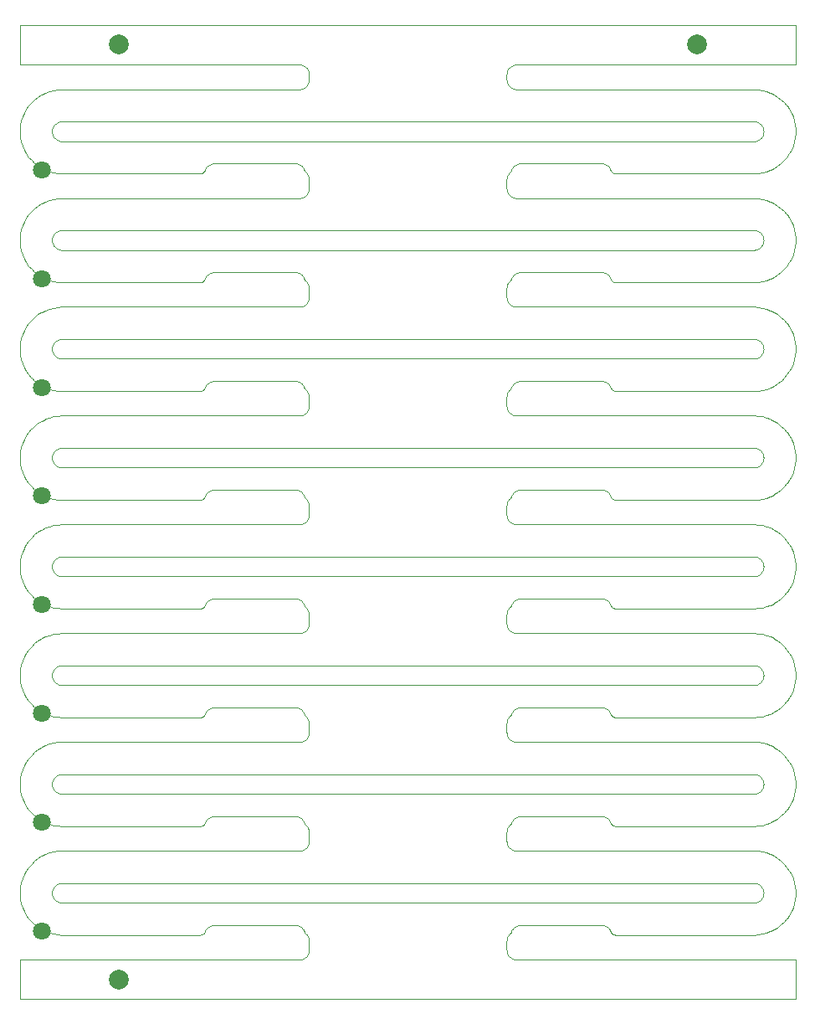
<source format=gbr>
G04 #@! TF.GenerationSoftware,KiCad,Pcbnew,5.1.5+dfsg1-2build2*
G04 #@! TF.CreationDate,2021-10-10T04:01:25+00:00*
G04 #@! TF.ProjectId,bobbin_bottom_3.5,626f6262-696e-45f6-926f-74746f6d5f33,rev?*
G04 #@! TF.SameCoordinates,Original*
G04 #@! TF.FileFunction,Soldermask,Top*
G04 #@! TF.FilePolarity,Negative*
%FSLAX46Y46*%
G04 Gerber Fmt 4.6, Leading zero omitted, Abs format (unit mm)*
G04 Created by KiCad (PCBNEW 5.1.5+dfsg1-2build2) date 2021-10-10 04:01:25*
%MOMM*%
%LPD*%
G04 APERTURE LIST*
G04 #@! TA.AperFunction,Profile*
%ADD10C,0.100000*%
G04 #@! TD*
%ADD11C,2.000000*%
%ADD12C,1.800000*%
G04 APERTURE END LIST*
D10*
X124499900Y-77215900D02*
X124401100Y-77236200D01*
X124596400Y-77185700D02*
X124499900Y-77215900D01*
X124689300Y-77145900D02*
X124596400Y-77185700D01*
X124777600Y-77096800D02*
X124689300Y-77145900D01*
X124860800Y-77038900D02*
X124777600Y-77096800D01*
X124937500Y-76973100D02*
X124860800Y-77038900D01*
X125007100Y-76899800D02*
X124937500Y-76973100D01*
X125069000Y-76819900D02*
X125007100Y-76899800D01*
X125122400Y-76734100D02*
X125069000Y-76819900D01*
X125166900Y-76643400D02*
X125122400Y-76734100D01*
X125202000Y-76548600D02*
X125166900Y-76643400D01*
X125227300Y-76450700D02*
X125202000Y-76548600D01*
X125242600Y-76350800D02*
X125227300Y-76450700D01*
X125247700Y-76249900D02*
X125242600Y-76350800D01*
X125242600Y-76149200D02*
X125247700Y-76249900D01*
X125227300Y-76049300D02*
X125242600Y-76149200D01*
X125202000Y-75951500D02*
X125227300Y-76049300D01*
X125166900Y-75856700D02*
X125202000Y-75951500D01*
X125122400Y-75766000D02*
X125166900Y-75856700D01*
X125069000Y-75680200D02*
X125122400Y-75766000D01*
X125007100Y-75600300D02*
X125069000Y-75680200D01*
X124937300Y-75526800D02*
X125007100Y-75600300D01*
X124860600Y-75461000D02*
X124937300Y-75526800D01*
X124777600Y-75403300D02*
X124860600Y-75461000D01*
X124689300Y-75354200D02*
X124777600Y-75403300D01*
X124596600Y-75314500D02*
X124689300Y-75354200D01*
X124500200Y-75284200D02*
X124596600Y-75314500D01*
X124401200Y-75263800D02*
X124500200Y-75284200D01*
X124300700Y-75253600D02*
X124401200Y-75263800D01*
X124224800Y-75251000D02*
X124300700Y-75253600D01*
X54275400Y-75251000D02*
X124224800Y-75251000D01*
X54199100Y-75253600D02*
X54275400Y-75251000D01*
X54098800Y-75263800D02*
X54199100Y-75253600D01*
X53999800Y-75284200D02*
X54098800Y-75263800D01*
X53903400Y-75314500D02*
X53999800Y-75284200D01*
X53810500Y-75354300D02*
X53903400Y-75314500D01*
X53722100Y-75403400D02*
X53810500Y-75354300D01*
X53639200Y-75461200D02*
X53722100Y-75403400D01*
X53562500Y-75527000D02*
X53639200Y-75461200D01*
X53492900Y-75600300D02*
X53562500Y-75527000D01*
X53431000Y-75680200D02*
X53492900Y-75600300D01*
X53377600Y-75766000D02*
X53431000Y-75680200D01*
X53333100Y-75856700D02*
X53377600Y-75766000D01*
X53298100Y-75951200D02*
X53333100Y-75856700D01*
X53272700Y-76049100D02*
X53298100Y-75951200D01*
X53257400Y-76149000D02*
X53272700Y-76049100D01*
X53252300Y-76249900D02*
X53257400Y-76149000D01*
X53257400Y-76350800D02*
X53252300Y-76249900D01*
X53272700Y-76450700D02*
X53257400Y-76350800D01*
X53298000Y-76548600D02*
X53272700Y-76450700D01*
X53333100Y-76643400D02*
X53298000Y-76548600D01*
X53377600Y-76734100D02*
X53333100Y-76643400D01*
X53431000Y-76819900D02*
X53377600Y-76734100D01*
X53492900Y-76899800D02*
X53431000Y-76819900D01*
X53562500Y-76973100D02*
X53492900Y-76899800D01*
X53639200Y-77038900D02*
X53562500Y-76973100D01*
X53722100Y-77096700D02*
X53639200Y-77038900D01*
X53810500Y-77145700D02*
X53722100Y-77096700D01*
X53903400Y-77185600D02*
X53810500Y-77145700D01*
X53999800Y-77215900D02*
X53903400Y-77185600D01*
X54098800Y-77236200D02*
X53999800Y-77215900D01*
X54199300Y-77246500D02*
X54098800Y-77236200D01*
X54275200Y-77249000D02*
X54199300Y-77246500D01*
X124224900Y-77249000D02*
X54275200Y-77249000D01*
X124300500Y-77246500D02*
X124224900Y-77249000D01*
X124401100Y-77236200D02*
X124300500Y-77246500D01*
X124499900Y-132216000D02*
X124401100Y-132236300D01*
X124596400Y-132185800D02*
X124499900Y-132216000D01*
X124689300Y-132145900D02*
X124596400Y-132185800D01*
X124777600Y-132096900D02*
X124689300Y-132145900D01*
X124860800Y-132039000D02*
X124777600Y-132096900D01*
X124937500Y-131973200D02*
X124860800Y-132039000D01*
X125007100Y-131899900D02*
X124937500Y-131973200D01*
X125069000Y-131820000D02*
X125007100Y-131899900D01*
X125122400Y-131734200D02*
X125069000Y-131820000D01*
X125166900Y-131643500D02*
X125122400Y-131734200D01*
X125202000Y-131548700D02*
X125166900Y-131643500D01*
X125227300Y-131450800D02*
X125202000Y-131548700D01*
X125242600Y-131350900D02*
X125227300Y-131450800D01*
X125247700Y-131250000D02*
X125242600Y-131350900D01*
X125242600Y-131149300D02*
X125247700Y-131250000D01*
X125227300Y-131049400D02*
X125242600Y-131149300D01*
X125202000Y-130951600D02*
X125227300Y-131049400D01*
X125166900Y-130856800D02*
X125202000Y-130951600D01*
X125122400Y-130766100D02*
X125166900Y-130856800D01*
X125069000Y-130680300D02*
X125122400Y-130766100D01*
X125007100Y-130600300D02*
X125069000Y-130680300D01*
X124937300Y-130526900D02*
X125007100Y-130600300D01*
X124860600Y-130461100D02*
X124937300Y-130526900D01*
X124777600Y-130403300D02*
X124860600Y-130461100D01*
X124689300Y-130354300D02*
X124777600Y-130403300D01*
X124596600Y-130314600D02*
X124689300Y-130354300D01*
X124500200Y-130284300D02*
X124596600Y-130314600D01*
X124401200Y-130263900D02*
X124500200Y-130284300D01*
X124300700Y-130253700D02*
X124401200Y-130263900D01*
X124224800Y-130251100D02*
X124300700Y-130253700D01*
X54275400Y-130251100D02*
X124224800Y-130251100D01*
X54199200Y-130253700D02*
X54275400Y-130251100D01*
X54098800Y-130263900D02*
X54199200Y-130253700D01*
X53999800Y-130284300D02*
X54098800Y-130263900D01*
X53903400Y-130314600D02*
X53999800Y-130284300D01*
X53810500Y-130354400D02*
X53903400Y-130314600D01*
X53722100Y-130403500D02*
X53810500Y-130354400D01*
X53639200Y-130461200D02*
X53722100Y-130403500D01*
X53562500Y-130527100D02*
X53639200Y-130461200D01*
X53492900Y-130600300D02*
X53562500Y-130527100D01*
X53431000Y-130680300D02*
X53492900Y-130600300D01*
X53377600Y-130766100D02*
X53431000Y-130680300D01*
X53333100Y-130856800D02*
X53377600Y-130766100D01*
X53298100Y-130951300D02*
X53333100Y-130856800D01*
X53272700Y-131049200D02*
X53298100Y-130951300D01*
X53257400Y-131149100D02*
X53272700Y-131049200D01*
X53252300Y-131250000D02*
X53257400Y-131149100D01*
X53257400Y-131350900D02*
X53252300Y-131250000D01*
X53272700Y-131450800D02*
X53257400Y-131350900D01*
X53298000Y-131548700D02*
X53272700Y-131450800D01*
X53333100Y-131643500D02*
X53298000Y-131548700D01*
X53377600Y-131734200D02*
X53333100Y-131643500D01*
X53431000Y-131820000D02*
X53377600Y-131734200D01*
X53492900Y-131899900D02*
X53431000Y-131820000D01*
X53562500Y-131973200D02*
X53492900Y-131899900D01*
X53639200Y-132039000D02*
X53562500Y-131973200D01*
X53722100Y-132096800D02*
X53639200Y-132039000D01*
X53810500Y-132145800D02*
X53722100Y-132096800D01*
X53903400Y-132185700D02*
X53810500Y-132145800D01*
X53999800Y-132216000D02*
X53903400Y-132185700D01*
X54098800Y-132236300D02*
X53999800Y-132216000D01*
X54199300Y-132246600D02*
X54098800Y-132236300D01*
X54275200Y-132249100D02*
X54199300Y-132246600D01*
X124224900Y-132249100D02*
X54275200Y-132249100D01*
X124300500Y-132246500D02*
X124224900Y-132249100D01*
X124401100Y-132236300D02*
X124300500Y-132246500D01*
X124499900Y-66215900D02*
X124401000Y-66236200D01*
X124596400Y-66185700D02*
X124499900Y-66215900D01*
X124689300Y-66145800D02*
X124596400Y-66185700D01*
X124777600Y-66096800D02*
X124689300Y-66145800D01*
X124860600Y-66039100D02*
X124777600Y-66096800D01*
X124937300Y-65973300D02*
X124860600Y-66039100D01*
X125007100Y-65899800D02*
X124937300Y-65973300D01*
X125069000Y-65819900D02*
X125007100Y-65899800D01*
X125122300Y-65734300D02*
X125069000Y-65819900D01*
X125166800Y-65643600D02*
X125122300Y-65734300D01*
X125201900Y-65548800D02*
X125166800Y-65643600D01*
X125227300Y-65451000D02*
X125201900Y-65548800D01*
X125242600Y-65351100D02*
X125227300Y-65451000D01*
X125247700Y-65250200D02*
X125242600Y-65351100D01*
X125242600Y-65149200D02*
X125247700Y-65250200D01*
X125227300Y-65049300D02*
X125242600Y-65149200D01*
X125202000Y-64951500D02*
X125227300Y-65049300D01*
X125166900Y-64856700D02*
X125202000Y-64951500D01*
X125122400Y-64765900D02*
X125166900Y-64856700D01*
X125069000Y-64680200D02*
X125122400Y-64765900D01*
X125007100Y-64600200D02*
X125069000Y-64680200D01*
X124937300Y-64526800D02*
X125007100Y-64600200D01*
X124860600Y-64461000D02*
X124937300Y-64526800D01*
X124777900Y-64403400D02*
X124860600Y-64461000D01*
X124689500Y-64354300D02*
X124777900Y-64403400D01*
X124596600Y-64314500D02*
X124689500Y-64354300D01*
X124500200Y-64284200D02*
X124596600Y-64314500D01*
X124401200Y-64263800D02*
X124500200Y-64284200D01*
X124300700Y-64253600D02*
X124401200Y-64263800D01*
X124224800Y-64251000D02*
X124300700Y-64253600D01*
X54275300Y-64251000D02*
X124224800Y-64251000D01*
X54199200Y-64253600D02*
X54275300Y-64251000D01*
X54098800Y-64263800D02*
X54199200Y-64253600D01*
X53999800Y-64284200D02*
X54098800Y-64263800D01*
X53903400Y-64314500D02*
X53999800Y-64284200D01*
X53810500Y-64354300D02*
X53903400Y-64314500D01*
X53722100Y-64403400D02*
X53810500Y-64354300D01*
X53639200Y-64461100D02*
X53722100Y-64403400D01*
X53562500Y-64527000D02*
X53639200Y-64461100D01*
X53492900Y-64600200D02*
X53562500Y-64527000D01*
X53431000Y-64680200D02*
X53492900Y-64600200D01*
X53377600Y-64765900D02*
X53431000Y-64680200D01*
X53333100Y-64856700D02*
X53377600Y-64765900D01*
X53298000Y-64951500D02*
X53333100Y-64856700D01*
X53272700Y-65049000D02*
X53298000Y-64951500D01*
X53257400Y-65148900D02*
X53272700Y-65049000D01*
X53252300Y-65249900D02*
X53257400Y-65148900D01*
X53257400Y-65350800D02*
X53252300Y-65249900D01*
X53272700Y-65450700D02*
X53257400Y-65350800D01*
X53298000Y-65548600D02*
X53272700Y-65450700D01*
X53333100Y-65643300D02*
X53298000Y-65548600D01*
X53377600Y-65734100D02*
X53333100Y-65643300D01*
X53431000Y-65819900D02*
X53377600Y-65734100D01*
X53492900Y-65899800D02*
X53431000Y-65819900D01*
X53562500Y-65973100D02*
X53492900Y-65899800D01*
X53639200Y-66038900D02*
X53562500Y-65973100D01*
X53722100Y-66096700D02*
X53639200Y-66038900D01*
X53810500Y-66145700D02*
X53722100Y-66096700D01*
X53903400Y-66185600D02*
X53810500Y-66145700D01*
X53999800Y-66215900D02*
X53903400Y-66185600D01*
X54098800Y-66236200D02*
X53999800Y-66215900D01*
X54199300Y-66246400D02*
X54098800Y-66236200D01*
X54275200Y-66249000D02*
X54199300Y-66246400D01*
X124224900Y-66249000D02*
X54275200Y-66249000D01*
X124300600Y-66246400D02*
X124224900Y-66249000D01*
X124401000Y-66236200D02*
X124300600Y-66246400D01*
X124499900Y-121216000D02*
X124401000Y-121236300D01*
X124596400Y-121185800D02*
X124499900Y-121216000D01*
X124689300Y-121145900D02*
X124596400Y-121185800D01*
X124777600Y-121096900D02*
X124689300Y-121145900D01*
X124860800Y-121039000D02*
X124777600Y-121096900D01*
X124937500Y-120973200D02*
X124860800Y-121039000D01*
X125007100Y-120899900D02*
X124937500Y-120973200D01*
X125069000Y-120820000D02*
X125007100Y-120899900D01*
X125122400Y-120734200D02*
X125069000Y-120820000D01*
X125166900Y-120643400D02*
X125122400Y-120734200D01*
X125202000Y-120548700D02*
X125166900Y-120643400D01*
X125227300Y-120450800D02*
X125202000Y-120548700D01*
X125242600Y-120350900D02*
X125227300Y-120450800D01*
X125247700Y-120250000D02*
X125242600Y-120350900D01*
X125242600Y-120149300D02*
X125247700Y-120250000D01*
X125227300Y-120049400D02*
X125242600Y-120149300D01*
X125202000Y-119951600D02*
X125227300Y-120049400D01*
X125166900Y-119856800D02*
X125202000Y-119951600D01*
X125122400Y-119766000D02*
X125166900Y-119856800D01*
X125069000Y-119680300D02*
X125122400Y-119766000D01*
X125007100Y-119600300D02*
X125069000Y-119680300D01*
X124937300Y-119526900D02*
X125007100Y-119600300D01*
X124860600Y-119461100D02*
X124937300Y-119526900D01*
X124777600Y-119403300D02*
X124860600Y-119461100D01*
X124689300Y-119354300D02*
X124777600Y-119403300D01*
X124596600Y-119314500D02*
X124689300Y-119354300D01*
X124500200Y-119284300D02*
X124596600Y-119314500D01*
X124401200Y-119263900D02*
X124500200Y-119284300D01*
X124300700Y-119253700D02*
X124401200Y-119263900D01*
X124224800Y-119251100D02*
X124300700Y-119253700D01*
X54275300Y-119251100D02*
X124224800Y-119251100D01*
X54199300Y-119253700D02*
X54275300Y-119251100D01*
X54098800Y-119263900D02*
X54199300Y-119253700D01*
X53999800Y-119284300D02*
X54098800Y-119263900D01*
X53903400Y-119314500D02*
X53999800Y-119284300D01*
X53810500Y-119354400D02*
X53903400Y-119314500D01*
X53722100Y-119403500D02*
X53810500Y-119354400D01*
X53639200Y-119461200D02*
X53722100Y-119403500D01*
X53562500Y-119527100D02*
X53639200Y-119461200D01*
X53492900Y-119600300D02*
X53562500Y-119527100D01*
X53431000Y-119680300D02*
X53492900Y-119600300D01*
X53377600Y-119766000D02*
X53431000Y-119680300D01*
X53333100Y-119856800D02*
X53377600Y-119766000D01*
X53298100Y-119951300D02*
X53333100Y-119856800D01*
X53272700Y-120049100D02*
X53298100Y-119951300D01*
X53257400Y-120149000D02*
X53272700Y-120049100D01*
X53252300Y-120250000D02*
X53257400Y-120149000D01*
X53257400Y-120350900D02*
X53252300Y-120250000D01*
X53272700Y-120450800D02*
X53257400Y-120350900D01*
X53298000Y-120548700D02*
X53272700Y-120450800D01*
X53333100Y-120643400D02*
X53298000Y-120548700D01*
X53377600Y-120734200D02*
X53333100Y-120643400D01*
X53431000Y-120820000D02*
X53377600Y-120734200D01*
X53492900Y-120899900D02*
X53431000Y-120820000D01*
X53562500Y-120973200D02*
X53492900Y-120899900D01*
X53639200Y-121039000D02*
X53562500Y-120973200D01*
X53722100Y-121096700D02*
X53639200Y-121039000D01*
X53810500Y-121145800D02*
X53722100Y-121096700D01*
X53903400Y-121185700D02*
X53810500Y-121145800D01*
X53999800Y-121215900D02*
X53903400Y-121185700D01*
X54098800Y-121236300D02*
X53999800Y-121215900D01*
X54199300Y-121246500D02*
X54098800Y-121236300D01*
X54275200Y-121249100D02*
X54199300Y-121246500D01*
X124224800Y-121249100D02*
X54275200Y-121249100D01*
X124300600Y-121246500D02*
X124224800Y-121249100D01*
X124401000Y-121236300D02*
X124300600Y-121246500D01*
X124499900Y-55215900D02*
X124401000Y-55236200D01*
X124596400Y-55185700D02*
X124499900Y-55215900D01*
X124689300Y-55145800D02*
X124596400Y-55185700D01*
X124777600Y-55096800D02*
X124689300Y-55145800D01*
X124860600Y-55039100D02*
X124777600Y-55096800D01*
X124937300Y-54973200D02*
X124860600Y-55039100D01*
X125007100Y-54899800D02*
X124937300Y-54973200D01*
X125069000Y-54819900D02*
X125007100Y-54899800D01*
X125122300Y-54734300D02*
X125069000Y-54819900D01*
X125166800Y-54643600D02*
X125122300Y-54734300D01*
X125201900Y-54548800D02*
X125166800Y-54643600D01*
X125227300Y-54451000D02*
X125201900Y-54548800D01*
X125242600Y-54351100D02*
X125227300Y-54451000D01*
X125247700Y-54250100D02*
X125242600Y-54351100D01*
X125242600Y-54149200D02*
X125247700Y-54250100D01*
X125227300Y-54049300D02*
X125242600Y-54149200D01*
X125202000Y-53951500D02*
X125227300Y-54049300D01*
X125166900Y-53856700D02*
X125202000Y-53951500D01*
X125122400Y-53765900D02*
X125166900Y-53856700D01*
X125069000Y-53680200D02*
X125122400Y-53765900D01*
X125007100Y-53600200D02*
X125069000Y-53680200D01*
X124937300Y-53526800D02*
X125007100Y-53600200D01*
X124860600Y-53460900D02*
X124937300Y-53526800D01*
X124777900Y-53403400D02*
X124860600Y-53460900D01*
X124689500Y-53354300D02*
X124777900Y-53403400D01*
X124596600Y-53314400D02*
X124689500Y-53354300D01*
X124500200Y-53284200D02*
X124596600Y-53314400D01*
X124401200Y-53263800D02*
X124500200Y-53284200D01*
X124300700Y-53253600D02*
X124401200Y-53263800D01*
X124224800Y-53251000D02*
X124300700Y-53253600D01*
X54275200Y-53251000D02*
X124224800Y-53251000D01*
X54199300Y-53253600D02*
X54275200Y-53251000D01*
X54098800Y-53263800D02*
X54199300Y-53253600D01*
X53999800Y-53284200D02*
X54098800Y-53263800D01*
X53903400Y-53314400D02*
X53999800Y-53284200D01*
X53810500Y-53354300D02*
X53903400Y-53314400D01*
X53722100Y-53403400D02*
X53810500Y-53354300D01*
X53639200Y-53461100D02*
X53722100Y-53403400D01*
X53562500Y-53527000D02*
X53639200Y-53461100D01*
X53492900Y-53600200D02*
X53562500Y-53527000D01*
X53431000Y-53680200D02*
X53492900Y-53600200D01*
X53377600Y-53765900D02*
X53431000Y-53680200D01*
X53333100Y-53856700D02*
X53377600Y-53765900D01*
X53298000Y-53951500D02*
X53333100Y-53856700D01*
X53272700Y-54049000D02*
X53298000Y-53951500D01*
X53257400Y-54148900D02*
X53272700Y-54049000D01*
X53252300Y-54249900D02*
X53257400Y-54148900D01*
X53257400Y-54350800D02*
X53252300Y-54249900D01*
X53272700Y-54450700D02*
X53257400Y-54350800D01*
X53298000Y-54548500D02*
X53272700Y-54450700D01*
X53333100Y-54643300D02*
X53298000Y-54548500D01*
X53377600Y-54734100D02*
X53333100Y-54643300D01*
X53431000Y-54819900D02*
X53377600Y-54734100D01*
X53492900Y-54899800D02*
X53431000Y-54819900D01*
X53562500Y-54973000D02*
X53492900Y-54899800D01*
X53639200Y-55038900D02*
X53562500Y-54973000D01*
X53722100Y-55096600D02*
X53639200Y-55038900D01*
X53810500Y-55145700D02*
X53722100Y-55096600D01*
X53903400Y-55185600D02*
X53810500Y-55145700D01*
X53999800Y-55215800D02*
X53903400Y-55185600D01*
X54098800Y-55236200D02*
X53999800Y-55215800D01*
X54199300Y-55246400D02*
X54098800Y-55236200D01*
X54275200Y-55249000D02*
X54199300Y-55246400D01*
X124224800Y-55249000D02*
X54275200Y-55249000D01*
X124300700Y-55246400D02*
X124224800Y-55249000D01*
X124401000Y-55236200D02*
X124300700Y-55246400D01*
X124500200Y-110215900D02*
X124400900Y-110236300D01*
X124596600Y-110185700D02*
X124500200Y-110215900D01*
X124689500Y-110145800D02*
X124596600Y-110185700D01*
X124777900Y-110096700D02*
X124689500Y-110145800D01*
X124860800Y-110039000D02*
X124777900Y-110096700D01*
X124937500Y-109973100D02*
X124860800Y-110039000D01*
X125007100Y-109899900D02*
X124937500Y-109973100D01*
X125069000Y-109819900D02*
X125007100Y-109899900D01*
X125122400Y-109734200D02*
X125069000Y-109819900D01*
X125166900Y-109643400D02*
X125122400Y-109734200D01*
X125202000Y-109548600D02*
X125166900Y-109643400D01*
X125227300Y-109450800D02*
X125202000Y-109548600D01*
X125242600Y-109350900D02*
X125227300Y-109450800D01*
X125247700Y-109250000D02*
X125242600Y-109350900D01*
X125242600Y-109149300D02*
X125247700Y-109250000D01*
X125227300Y-109049400D02*
X125242600Y-109149300D01*
X125202000Y-108951500D02*
X125227300Y-109049400D01*
X125166900Y-108856800D02*
X125202000Y-108951500D01*
X125122400Y-108766000D02*
X125166900Y-108856800D01*
X125069000Y-108680200D02*
X125122400Y-108766000D01*
X125007100Y-108600300D02*
X125069000Y-108680200D01*
X124937300Y-108526900D02*
X125007100Y-108600300D01*
X124860600Y-108461000D02*
X124937300Y-108526900D01*
X124777600Y-108403300D02*
X124860600Y-108461000D01*
X124689300Y-108354300D02*
X124777600Y-108403300D01*
X124596600Y-108314500D02*
X124689300Y-108354300D01*
X124500200Y-108284300D02*
X124596600Y-108314500D01*
X124401200Y-108263900D02*
X124500200Y-108284300D01*
X124300700Y-108253700D02*
X124401200Y-108263900D01*
X124224800Y-108251100D02*
X124300700Y-108253700D01*
X54275200Y-108251100D02*
X124224800Y-108251100D01*
X54199400Y-108253700D02*
X54275200Y-108251100D01*
X54098800Y-108263900D02*
X54199400Y-108253700D01*
X53999800Y-108284300D02*
X54098800Y-108263900D01*
X53903400Y-108314500D02*
X53999800Y-108284300D01*
X53810500Y-108354400D02*
X53903400Y-108314500D01*
X53722100Y-108403500D02*
X53810500Y-108354400D01*
X53639200Y-108461200D02*
X53722100Y-108403500D01*
X53562500Y-108527000D02*
X53639200Y-108461200D01*
X53492900Y-108600300D02*
X53562500Y-108527000D01*
X53431000Y-108680200D02*
X53492900Y-108600300D01*
X53377600Y-108766000D02*
X53431000Y-108680200D01*
X53333100Y-108856800D02*
X53377600Y-108766000D01*
X53298100Y-108951300D02*
X53333100Y-108856800D01*
X53272700Y-109049100D02*
X53298100Y-108951300D01*
X53257400Y-109149000D02*
X53272700Y-109049100D01*
X53252300Y-109250000D02*
X53257400Y-109149000D01*
X53257400Y-109350900D02*
X53252300Y-109250000D01*
X53272700Y-109450800D02*
X53257400Y-109350900D01*
X53298000Y-109548600D02*
X53272700Y-109450800D01*
X53333100Y-109643400D02*
X53298000Y-109548600D01*
X53377600Y-109734200D02*
X53333100Y-109643400D01*
X53431000Y-109819900D02*
X53377600Y-109734200D01*
X53492900Y-109899900D02*
X53431000Y-109819900D01*
X53562500Y-109973100D02*
X53492900Y-109899900D01*
X53639200Y-110039000D02*
X53562500Y-109973100D01*
X53722100Y-110096700D02*
X53639200Y-110039000D01*
X53810500Y-110145800D02*
X53722100Y-110096700D01*
X53903400Y-110185700D02*
X53810500Y-110145800D01*
X53999800Y-110215900D02*
X53903400Y-110185700D01*
X54098800Y-110236300D02*
X53999800Y-110215900D01*
X54199300Y-110246500D02*
X54098800Y-110236300D01*
X54275200Y-110249100D02*
X54199300Y-110246500D01*
X124224700Y-110249100D02*
X54275200Y-110249100D01*
X124300700Y-110246500D02*
X124224700Y-110249100D01*
X124400900Y-110236300D02*
X124300700Y-110246500D01*
X124500200Y-99215900D02*
X124400800Y-99236300D01*
X124596600Y-99185600D02*
X124500200Y-99215900D01*
X124689500Y-99145800D02*
X124596600Y-99185600D01*
X124777900Y-99096700D02*
X124689500Y-99145800D01*
X124860800Y-99039000D02*
X124777900Y-99096700D01*
X124937500Y-98973100D02*
X124860800Y-99039000D01*
X125007100Y-98899900D02*
X124937500Y-98973100D01*
X125069000Y-98819900D02*
X125007100Y-98899900D01*
X125122400Y-98734100D02*
X125069000Y-98819900D01*
X125166900Y-98643400D02*
X125122400Y-98734100D01*
X125202000Y-98548600D02*
X125166900Y-98643400D01*
X125227300Y-98450800D02*
X125202000Y-98548600D01*
X125242600Y-98350900D02*
X125227300Y-98450800D01*
X125247700Y-98249900D02*
X125242600Y-98350900D01*
X125242600Y-98149300D02*
X125247700Y-98249900D01*
X125227300Y-98049400D02*
X125242600Y-98149300D01*
X125202000Y-97951500D02*
X125227300Y-98049400D01*
X125166900Y-97856700D02*
X125202000Y-97951500D01*
X125122400Y-97766000D02*
X125166900Y-97856700D01*
X125069000Y-97680200D02*
X125122400Y-97766000D01*
X125007100Y-97600300D02*
X125069000Y-97680200D01*
X124937300Y-97526800D02*
X125007100Y-97600300D01*
X124860600Y-97461000D02*
X124937300Y-97526800D01*
X124777600Y-97403300D02*
X124860600Y-97461000D01*
X124689300Y-97354300D02*
X124777600Y-97403300D01*
X124596600Y-97314500D02*
X124689300Y-97354300D01*
X124500200Y-97284200D02*
X124596600Y-97314500D01*
X124401200Y-97263900D02*
X124500200Y-97284200D01*
X124300700Y-97253600D02*
X124401200Y-97263900D01*
X124224800Y-97251100D02*
X124300700Y-97253600D01*
X54275100Y-97251100D02*
X124224800Y-97251100D01*
X54199500Y-97253700D02*
X54275100Y-97251100D01*
X54098800Y-97263900D02*
X54199500Y-97253700D01*
X53999800Y-97284200D02*
X54098800Y-97263900D01*
X53903400Y-97314500D02*
X53999800Y-97284200D01*
X53810500Y-97354400D02*
X53903400Y-97314500D01*
X53722100Y-97403400D02*
X53810500Y-97354400D01*
X53639200Y-97461200D02*
X53722100Y-97403400D01*
X53562500Y-97527000D02*
X53639200Y-97461200D01*
X53492900Y-97600300D02*
X53562500Y-97527000D01*
X53431000Y-97680200D02*
X53492900Y-97600300D01*
X53377600Y-97766000D02*
X53431000Y-97680200D01*
X53333100Y-97856700D02*
X53377600Y-97766000D01*
X53298100Y-97951300D02*
X53333100Y-97856700D01*
X53272700Y-98049100D02*
X53298100Y-97951300D01*
X53257400Y-98149000D02*
X53272700Y-98049100D01*
X53252300Y-98249900D02*
X53257400Y-98149000D01*
X53257400Y-98350900D02*
X53252300Y-98249900D01*
X53272700Y-98450800D02*
X53257400Y-98350900D01*
X53298000Y-98548600D02*
X53272700Y-98450800D01*
X53333100Y-98643400D02*
X53298000Y-98548600D01*
X53377600Y-98734100D02*
X53333100Y-98643400D01*
X53431000Y-98819900D02*
X53377600Y-98734100D01*
X53492900Y-98899900D02*
X53431000Y-98819900D01*
X53562500Y-98973100D02*
X53492900Y-98899900D01*
X53639200Y-99039000D02*
X53562500Y-98973100D01*
X53722100Y-99096700D02*
X53639200Y-99039000D01*
X53810500Y-99145800D02*
X53722100Y-99096700D01*
X53903400Y-99185600D02*
X53810500Y-99145800D01*
X53999800Y-99215900D02*
X53903400Y-99185600D01*
X54098800Y-99236300D02*
X53999800Y-99215900D01*
X54199300Y-99246500D02*
X54098800Y-99236300D01*
X54275200Y-99249100D02*
X54199300Y-99246500D01*
X124224600Y-99249100D02*
X54275200Y-99249100D01*
X124300800Y-99246500D02*
X124224600Y-99249100D01*
X124400800Y-99236300D02*
X124300800Y-99246500D01*
X124500200Y-88215900D02*
X124400700Y-88236300D01*
X124596600Y-88185600D02*
X124500200Y-88215900D01*
X124689500Y-88145700D02*
X124596600Y-88185600D01*
X124777900Y-88096700D02*
X124689500Y-88145700D01*
X124860800Y-88038900D02*
X124777900Y-88096700D01*
X124937500Y-87973100D02*
X124860800Y-88038900D01*
X125007100Y-87899800D02*
X124937500Y-87973100D01*
X125069000Y-87819900D02*
X125007100Y-87899800D01*
X125122400Y-87734100D02*
X125069000Y-87819900D01*
X125166900Y-87643400D02*
X125122400Y-87734100D01*
X125202000Y-87548600D02*
X125166900Y-87643400D01*
X125227300Y-87450800D02*
X125202000Y-87548600D01*
X125242600Y-87350900D02*
X125227300Y-87450800D01*
X125247700Y-87249900D02*
X125242600Y-87350900D01*
X125242600Y-87149300D02*
X125247700Y-87249900D01*
X125227300Y-87049400D02*
X125242600Y-87149300D01*
X125202000Y-86951500D02*
X125227300Y-87049400D01*
X125166900Y-86856700D02*
X125202000Y-86951500D01*
X125122400Y-86766000D02*
X125166900Y-86856700D01*
X125069000Y-86680200D02*
X125122400Y-86766000D01*
X125007100Y-86600300D02*
X125069000Y-86680200D01*
X124937300Y-86526800D02*
X125007100Y-86600300D01*
X124860600Y-86461000D02*
X124937300Y-86526800D01*
X124777600Y-86403300D02*
X124860600Y-86461000D01*
X124689300Y-86354200D02*
X124777600Y-86403300D01*
X124596600Y-86314500D02*
X124689300Y-86354200D01*
X124500200Y-86284200D02*
X124596600Y-86314500D01*
X124401200Y-86263900D02*
X124500200Y-86284200D01*
X124300700Y-86253600D02*
X124401200Y-86263900D01*
X124224800Y-86251100D02*
X124300700Y-86253600D01*
X54275000Y-86251100D02*
X124224800Y-86251100D01*
X54199600Y-86253600D02*
X54275000Y-86251100D01*
X54098800Y-86263900D02*
X54199600Y-86253600D01*
X53999800Y-86284200D02*
X54098800Y-86263900D01*
X53903400Y-86314500D02*
X53999800Y-86284200D01*
X53810500Y-86354400D02*
X53903400Y-86314500D01*
X53722100Y-86403400D02*
X53810500Y-86354400D01*
X53639200Y-86461200D02*
X53722100Y-86403400D01*
X53562500Y-86527000D02*
X53639200Y-86461200D01*
X53492900Y-86600300D02*
X53562500Y-86527000D01*
X53431000Y-86680200D02*
X53492900Y-86600300D01*
X53377600Y-86766000D02*
X53431000Y-86680200D01*
X53333100Y-86856700D02*
X53377600Y-86766000D01*
X53298100Y-86951200D02*
X53333100Y-86856700D01*
X53272700Y-87049100D02*
X53298100Y-86951200D01*
X53257400Y-87149000D02*
X53272700Y-87049100D01*
X53252300Y-87249900D02*
X53257400Y-87149000D01*
X53257400Y-87350900D02*
X53252300Y-87249900D01*
X53272700Y-87450800D02*
X53257400Y-87350900D01*
X53298000Y-87548600D02*
X53272700Y-87450800D01*
X53333100Y-87643400D02*
X53298000Y-87548600D01*
X53377600Y-87734100D02*
X53333100Y-87643400D01*
X53431000Y-87819900D02*
X53377600Y-87734100D01*
X53492900Y-87899800D02*
X53431000Y-87819900D01*
X53562500Y-87973100D02*
X53492900Y-87899800D01*
X53639200Y-88038900D02*
X53562500Y-87973100D01*
X53722100Y-88096700D02*
X53639200Y-88038900D01*
X53810500Y-88145700D02*
X53722100Y-88096700D01*
X53903400Y-88185600D02*
X53810500Y-88145700D01*
X53999800Y-88215900D02*
X53903400Y-88185600D01*
X54098800Y-88236200D02*
X53999800Y-88215900D01*
X54199300Y-88246500D02*
X54098800Y-88236200D01*
X54275200Y-88249100D02*
X54199300Y-88246500D01*
X124224500Y-88249100D02*
X54275200Y-88249100D01*
X124300900Y-88246500D02*
X124224500Y-88249100D01*
X124400700Y-88236300D02*
X124300900Y-88246500D01*
X128471000Y-43499000D02*
X50014600Y-43499700D01*
X128487300Y-43500000D02*
X128471000Y-43499000D01*
X128492900Y-43503700D02*
X128487300Y-43500000D01*
X128494800Y-43508200D02*
X128492900Y-43503700D01*
X128495500Y-43523500D02*
X128494800Y-43508200D01*
X128495500Y-47475500D02*
X128495500Y-43523500D01*
X128494300Y-47492700D02*
X128495500Y-47475500D01*
X128490800Y-47497400D02*
X128494300Y-47492700D01*
X128486300Y-47499200D02*
X128490800Y-47497400D01*
X100241200Y-47500000D02*
X128486300Y-47499200D01*
X100144000Y-47504800D02*
X100241200Y-47500000D01*
X100047900Y-47519000D02*
X100144000Y-47504800D01*
X99953600Y-47542600D02*
X100047900Y-47519000D01*
X99862200Y-47575400D02*
X99953600Y-47542600D01*
X99774300Y-47616900D02*
X99862200Y-47575400D01*
X99691000Y-47666900D02*
X99774300Y-47616900D01*
X99613000Y-47724700D02*
X99691000Y-47666900D01*
X99541000Y-47790000D02*
X99613000Y-47724700D01*
X99475700Y-47862000D02*
X99541000Y-47790000D01*
X99417900Y-47940000D02*
X99475700Y-47862000D01*
X99367900Y-48023300D02*
X99417900Y-47940000D01*
X99326400Y-48111100D02*
X99367900Y-48023300D01*
X99293600Y-48202600D02*
X99326400Y-48111100D01*
X99270000Y-48296900D02*
X99293600Y-48202600D01*
X99255800Y-48393000D02*
X99270000Y-48296900D01*
X99251000Y-48490200D02*
X99255800Y-48393000D01*
X99251000Y-49008800D02*
X99251000Y-48490200D01*
X99255800Y-49106000D02*
X99251000Y-49008800D01*
X99270000Y-49202100D02*
X99255800Y-49106000D01*
X99293600Y-49296400D02*
X99270000Y-49202100D01*
X99326400Y-49387900D02*
X99293600Y-49296400D01*
X99367900Y-49475700D02*
X99326400Y-49387900D01*
X99417900Y-49559000D02*
X99367900Y-49475700D01*
X99475700Y-49637000D02*
X99417900Y-49559000D01*
X99541000Y-49709000D02*
X99475700Y-49637000D01*
X99613000Y-49774300D02*
X99541000Y-49709000D01*
X99691000Y-49832100D02*
X99613000Y-49774300D01*
X99774300Y-49882100D02*
X99691000Y-49832100D01*
X99862200Y-49923600D02*
X99774300Y-49882100D01*
X99953600Y-49956400D02*
X99862200Y-49923600D01*
X100047900Y-49980000D02*
X99953600Y-49956400D01*
X100144000Y-49994200D02*
X100047900Y-49980000D01*
X100241200Y-49999000D02*
X100144000Y-49994200D01*
X124243700Y-49999000D02*
X100241200Y-49999000D01*
X124679800Y-50021100D02*
X124243700Y-49999000D01*
X125105400Y-50086300D02*
X124679800Y-50021100D01*
X125522300Y-50194200D02*
X125105400Y-50086300D01*
X125914500Y-50339100D02*
X125522300Y-50194200D01*
X125937800Y-50349100D02*
X125914500Y-50339100D01*
X126301600Y-50527500D02*
X125937800Y-50349100D01*
X126323800Y-50539900D02*
X126301600Y-50527500D01*
X126678500Y-50761400D02*
X126323800Y-50539900D01*
X127018600Y-51024600D02*
X126678500Y-50761400D01*
X127330700Y-51321300D02*
X127018600Y-51024600D01*
X127603300Y-51638300D02*
X127330700Y-51321300D01*
X127618900Y-51658400D02*
X127603300Y-51638300D01*
X127850300Y-51990900D02*
X127618900Y-51658400D01*
X127863800Y-52012500D02*
X127850300Y-51990900D01*
X128066400Y-52378300D02*
X127863800Y-52012500D01*
X128236000Y-52773500D02*
X128066400Y-52378300D01*
X128364900Y-53184300D02*
X128236000Y-52773500D01*
X128449400Y-53593800D02*
X128364900Y-53184300D01*
X128453300Y-53618900D02*
X128449400Y-53593800D01*
X128494300Y-54022000D02*
X128453300Y-53618900D01*
X128495500Y-54047400D02*
X128494300Y-54022000D01*
X128495200Y-54465600D02*
X128495500Y-54047400D01*
X128451700Y-54893400D02*
X128495200Y-54465600D01*
X128365000Y-55315200D02*
X128451700Y-54893400D01*
X128240200Y-55714200D02*
X128365000Y-55315200D01*
X128231400Y-55738100D02*
X128240200Y-55714200D01*
X128071600Y-56110400D02*
X128231400Y-55738100D01*
X128060400Y-56133200D02*
X128071600Y-56110400D01*
X127857200Y-56498700D02*
X128060400Y-56133200D01*
X127611200Y-56852100D02*
X127857200Y-56498700D01*
X127331000Y-57178400D02*
X127611200Y-56852100D01*
X127018900Y-57475100D02*
X127331000Y-57178400D01*
X126678500Y-57738700D02*
X127018900Y-57475100D01*
X126323800Y-57960100D02*
X126678500Y-57738700D01*
X126301600Y-57972500D02*
X126323800Y-57960100D01*
X125937900Y-58150900D02*
X126301600Y-57972500D01*
X125914500Y-58160900D02*
X125937900Y-58150900D01*
X125522200Y-58305800D02*
X125914500Y-58160900D01*
X125118100Y-58410800D02*
X125522200Y-58305800D01*
X125093100Y-58415900D02*
X125118100Y-58410800D01*
X124679800Y-58478900D02*
X125093100Y-58415900D01*
X124243700Y-58501000D02*
X124679800Y-58478900D01*
X110249800Y-58500900D02*
X124243700Y-58501000D01*
X110197400Y-58497900D02*
X110249800Y-58500900D01*
X110146100Y-58489800D02*
X110197400Y-58497900D01*
X110095500Y-58476200D02*
X110146100Y-58489800D01*
X110058300Y-58462300D02*
X110095500Y-58476200D01*
X109999900Y-58433700D02*
X110058300Y-58462300D01*
X109966600Y-58412500D02*
X109999900Y-58433700D01*
X109945300Y-58397000D02*
X109966600Y-58412500D01*
X109905500Y-58363000D02*
X109945300Y-58397000D01*
X109878100Y-58335200D02*
X109905500Y-58363000D01*
X109853000Y-58304700D02*
X109878100Y-58335200D01*
X109816300Y-58250100D02*
X109853000Y-58304700D01*
X109792500Y-58203400D02*
X109816300Y-58250100D01*
X109740500Y-58073800D02*
X109792500Y-58203400D01*
X109697000Y-57990800D02*
X109740500Y-58073800D01*
X109645900Y-57912300D02*
X109697000Y-57990800D01*
X109587700Y-57839000D02*
X109645900Y-57912300D01*
X109522700Y-57771500D02*
X109587700Y-57839000D01*
X109451700Y-57710500D02*
X109522700Y-57771500D01*
X109375200Y-57656400D02*
X109451700Y-57710500D01*
X109293900Y-57609800D02*
X109375200Y-57656400D01*
X109208600Y-57571100D02*
X109293900Y-57609800D01*
X109120000Y-57540700D02*
X109208600Y-57571100D01*
X109029000Y-57518700D02*
X109120000Y-57540700D01*
X108936300Y-57505400D02*
X109029000Y-57518700D01*
X108842500Y-57501000D02*
X108936300Y-57505400D01*
X100657500Y-57501000D02*
X108842500Y-57501000D01*
X100563700Y-57505400D02*
X100657500Y-57501000D01*
X100471000Y-57518700D02*
X100563700Y-57505400D01*
X100380000Y-57540700D02*
X100471000Y-57518700D01*
X100291400Y-57571100D02*
X100380000Y-57540700D01*
X100206100Y-57609800D02*
X100291400Y-57571100D01*
X100124800Y-57656400D02*
X100206100Y-57609800D01*
X100048300Y-57710500D02*
X100124800Y-57656400D01*
X99977300Y-57771500D02*
X100048300Y-57710500D01*
X99912300Y-57839000D02*
X99977300Y-57771500D01*
X99854100Y-57912300D02*
X99912300Y-57839000D01*
X99803000Y-57990800D02*
X99854100Y-57912300D01*
X99759500Y-58073800D02*
X99803000Y-57990800D01*
X99701800Y-58215300D02*
X99759500Y-58073800D01*
X99683400Y-58250600D02*
X99701800Y-58215300D01*
X99655200Y-58294100D02*
X99683400Y-58250600D01*
X99621900Y-58335200D02*
X99655200Y-58294100D01*
X99565200Y-58390300D02*
X99621900Y-58335200D01*
X99494600Y-58463400D02*
X99565200Y-58390300D01*
X99432000Y-58543100D02*
X99494600Y-58463400D01*
X99378000Y-58628700D02*
X99432000Y-58543100D01*
X99332900Y-58719500D02*
X99378000Y-58628700D01*
X99297400Y-58814400D02*
X99332900Y-58719500D01*
X99271700Y-58912400D02*
X99297400Y-58814400D01*
X99256200Y-59012500D02*
X99271700Y-58912400D01*
X99251000Y-59114000D02*
X99256200Y-59012500D01*
X99251000Y-60008800D02*
X99251000Y-59114000D01*
X99255800Y-60106000D02*
X99251000Y-60008800D01*
X99270000Y-60202100D02*
X99255800Y-60106000D01*
X99293600Y-60296400D02*
X99270000Y-60202100D01*
X99326400Y-60387900D02*
X99293600Y-60296400D01*
X99367900Y-60475700D02*
X99326400Y-60387900D01*
X99417900Y-60559000D02*
X99367900Y-60475700D01*
X99475700Y-60637100D02*
X99417900Y-60559000D01*
X99541000Y-60709000D02*
X99475700Y-60637100D01*
X99613000Y-60774300D02*
X99541000Y-60709000D01*
X99691000Y-60832200D02*
X99613000Y-60774300D01*
X99774300Y-60882100D02*
X99691000Y-60832200D01*
X99862200Y-60923600D02*
X99774300Y-60882100D01*
X99953600Y-60956400D02*
X99862200Y-60923600D01*
X100047900Y-60980000D02*
X99953600Y-60956400D01*
X100144000Y-60994200D02*
X100047900Y-60980000D01*
X100241200Y-60999000D02*
X100144000Y-60994200D01*
X124243700Y-60999000D02*
X100241200Y-60999000D01*
X124679800Y-61021100D02*
X124243700Y-60999000D01*
X125105900Y-61086400D02*
X124679800Y-61021100D01*
X125522300Y-61194200D02*
X125105900Y-61086400D01*
X125914500Y-61339100D02*
X125522300Y-61194200D01*
X125937800Y-61349100D02*
X125914500Y-61339100D01*
X126301600Y-61527600D02*
X125937800Y-61349100D01*
X126323800Y-61539900D02*
X126301600Y-61527600D01*
X126678500Y-61761400D02*
X126323800Y-61539900D01*
X127018600Y-62024600D02*
X126678500Y-61761400D01*
X127330700Y-62321300D02*
X127018600Y-62024600D01*
X127603300Y-62638300D02*
X127330700Y-62321300D01*
X127618900Y-62658400D02*
X127603300Y-62638300D01*
X127850300Y-62990900D02*
X127618900Y-62658400D01*
X127863800Y-63012500D02*
X127850300Y-62990900D01*
X128066400Y-63378300D02*
X127863800Y-63012500D01*
X128236000Y-63773500D02*
X128066400Y-63378300D01*
X128364900Y-64184400D02*
X128236000Y-63773500D01*
X128449400Y-64593800D02*
X128364900Y-64184400D01*
X128453300Y-64619000D02*
X128449400Y-64593800D01*
X128494300Y-65022000D02*
X128453300Y-64619000D01*
X128495500Y-65047400D02*
X128494300Y-65022000D01*
X128495200Y-65465600D02*
X128495500Y-65047400D01*
X128451700Y-65893500D02*
X128495200Y-65465600D01*
X128365000Y-66315200D02*
X128451700Y-65893500D01*
X128240200Y-66714300D02*
X128365000Y-66315200D01*
X128231400Y-66738100D02*
X128240200Y-66714300D01*
X128071600Y-67110400D02*
X128231400Y-66738100D01*
X128060400Y-67133300D02*
X128071600Y-67110400D01*
X127857200Y-67498700D02*
X128060400Y-67133300D01*
X127611200Y-67852100D02*
X127857200Y-67498700D01*
X127331000Y-68178400D02*
X127611200Y-67852100D01*
X127018900Y-68475100D02*
X127331000Y-68178400D01*
X126678500Y-68738700D02*
X127018900Y-68475100D01*
X126323800Y-68960100D02*
X126678500Y-68738700D01*
X126301600Y-68972500D02*
X126323800Y-68960100D01*
X125937900Y-69150900D02*
X126301600Y-68972500D01*
X125914500Y-69160900D02*
X125937900Y-69150900D01*
X125522200Y-69305800D02*
X125914500Y-69160900D01*
X125118100Y-69410800D02*
X125522200Y-69305800D01*
X125093100Y-69415900D02*
X125118100Y-69410800D01*
X124679800Y-69478900D02*
X125093100Y-69415900D01*
X124243700Y-69501000D02*
X124679800Y-69478900D01*
X110249800Y-69500900D02*
X124243700Y-69501000D01*
X110197400Y-69497900D02*
X110249800Y-69500900D01*
X110146100Y-69489800D02*
X110197400Y-69497900D01*
X110095500Y-69476200D02*
X110146100Y-69489800D01*
X110058300Y-69462300D02*
X110095500Y-69476200D01*
X109999900Y-69433700D02*
X110058300Y-69462300D01*
X109966600Y-69412500D02*
X109999900Y-69433700D01*
X109945300Y-69397100D02*
X109966600Y-69412500D01*
X109905500Y-69363000D02*
X109945300Y-69397100D01*
X109878100Y-69335200D02*
X109905500Y-69363000D01*
X109853000Y-69304700D02*
X109878100Y-69335200D01*
X109816300Y-69250100D02*
X109853000Y-69304700D01*
X109792500Y-69203400D02*
X109816300Y-69250100D01*
X109740500Y-69073800D02*
X109792500Y-69203400D01*
X109697000Y-68990800D02*
X109740500Y-69073800D01*
X109645900Y-68912300D02*
X109697000Y-68990800D01*
X109587700Y-68839000D02*
X109645900Y-68912300D01*
X109522700Y-68771500D02*
X109587700Y-68839000D01*
X109451700Y-68710500D02*
X109522700Y-68771500D01*
X109375200Y-68656400D02*
X109451700Y-68710500D01*
X109293900Y-68609800D02*
X109375200Y-68656400D01*
X109208600Y-68571100D02*
X109293900Y-68609800D01*
X109120000Y-68540700D02*
X109208600Y-68571100D01*
X109029000Y-68518700D02*
X109120000Y-68540700D01*
X108936200Y-68505400D02*
X109029000Y-68518700D01*
X108842400Y-68501000D02*
X108936200Y-68505400D01*
X100657500Y-68501000D02*
X108842400Y-68501000D01*
X100563700Y-68505500D02*
X100657500Y-68501000D01*
X100471000Y-68518700D02*
X100563700Y-68505500D01*
X100380000Y-68540700D02*
X100471000Y-68518700D01*
X100291400Y-68571100D02*
X100380000Y-68540700D01*
X100206100Y-68609800D02*
X100291400Y-68571100D01*
X100124800Y-68656400D02*
X100206100Y-68609800D01*
X100048300Y-68710500D02*
X100124800Y-68656400D01*
X99977300Y-68771500D02*
X100048300Y-68710500D01*
X99912300Y-68839000D02*
X99977300Y-68771500D01*
X99854100Y-68912300D02*
X99912300Y-68839000D01*
X99803000Y-68990900D02*
X99854100Y-68912300D01*
X99759500Y-69073800D02*
X99803000Y-68990900D01*
X99701800Y-69215300D02*
X99759500Y-69073800D01*
X99683700Y-69250100D02*
X99701800Y-69215300D01*
X99662300Y-69283700D02*
X99683700Y-69250100D01*
X99621900Y-69335200D02*
X99662300Y-69283700D01*
X99565200Y-69390300D02*
X99621900Y-69335200D01*
X99494600Y-69463400D02*
X99565200Y-69390300D01*
X99432000Y-69543100D02*
X99494600Y-69463400D01*
X99378000Y-69628800D02*
X99432000Y-69543100D01*
X99332900Y-69719500D02*
X99378000Y-69628800D01*
X99297400Y-69814400D02*
X99332900Y-69719500D01*
X99271700Y-69912400D02*
X99297400Y-69814400D01*
X99256200Y-70012600D02*
X99271700Y-69912400D01*
X99251000Y-70114000D02*
X99256200Y-70012600D01*
X99251000Y-71008800D02*
X99251000Y-70114000D01*
X99255800Y-71106100D02*
X99251000Y-71008800D01*
X99270000Y-71202200D02*
X99255800Y-71106100D01*
X99293600Y-71296400D02*
X99270000Y-71202200D01*
X99326400Y-71387900D02*
X99293600Y-71296400D01*
X99367900Y-71475700D02*
X99326400Y-71387900D01*
X99417900Y-71559000D02*
X99367900Y-71475700D01*
X99475700Y-71637100D02*
X99417900Y-71559000D01*
X99541000Y-71709100D02*
X99475700Y-71637100D01*
X99613000Y-71774300D02*
X99541000Y-71709100D01*
X99691000Y-71832200D02*
X99613000Y-71774300D01*
X99774300Y-71882100D02*
X99691000Y-71832200D01*
X99862200Y-71923700D02*
X99774300Y-71882100D01*
X99953600Y-71956400D02*
X99862200Y-71923700D01*
X100047900Y-71980000D02*
X99953600Y-71956400D01*
X100144000Y-71994200D02*
X100047900Y-71980000D01*
X100241200Y-71999000D02*
X100144000Y-71994200D01*
X124243700Y-71999000D02*
X100241200Y-71999000D01*
X124679800Y-72021100D02*
X124243700Y-71999000D01*
X125105900Y-72086400D02*
X124679800Y-72021100D01*
X125522300Y-72194200D02*
X125105900Y-72086400D01*
X125914500Y-72339100D02*
X125522300Y-72194200D01*
X125937800Y-72349100D02*
X125914500Y-72339100D01*
X126301600Y-72527600D02*
X125937800Y-72349100D01*
X126323800Y-72539900D02*
X126301600Y-72527600D01*
X126678500Y-72761400D02*
X126323800Y-72539900D01*
X127018600Y-73024700D02*
X126678500Y-72761400D01*
X127330700Y-73321300D02*
X127018600Y-73024700D01*
X127603300Y-73638300D02*
X127330700Y-73321300D01*
X127618900Y-73658400D02*
X127603300Y-73638300D01*
X127850300Y-73990900D02*
X127618900Y-73658400D01*
X127863800Y-74012500D02*
X127850300Y-73990900D01*
X128066400Y-74378300D02*
X127863800Y-74012500D01*
X128236000Y-74773500D02*
X128066400Y-74378300D01*
X128364900Y-75184400D02*
X128236000Y-74773500D01*
X128449400Y-75593800D02*
X128364900Y-75184400D01*
X128453300Y-75619000D02*
X128449400Y-75593800D01*
X128494300Y-76022000D02*
X128453300Y-75619000D01*
X128495500Y-76047400D02*
X128494300Y-76022000D01*
X128495200Y-76465600D02*
X128495500Y-76047400D01*
X128451600Y-76894000D02*
X128495200Y-76465600D01*
X128365000Y-77315300D02*
X128451600Y-76894000D01*
X128236200Y-77726100D02*
X128365000Y-77315300D01*
X128066400Y-78121800D02*
X128236200Y-77726100D01*
X127857400Y-78498300D02*
X128066400Y-78121800D01*
X127611500Y-78851700D02*
X127857400Y-78498300D01*
X127339400Y-79169200D02*
X127611500Y-78851700D01*
X127321900Y-79187600D02*
X127339400Y-79169200D01*
X127028200Y-79466700D02*
X127321900Y-79187600D01*
X127008900Y-79483300D02*
X127028200Y-79466700D01*
X126678000Y-79739000D02*
X127008900Y-79483300D01*
X126323800Y-79960100D02*
X126678000Y-79739000D01*
X126301600Y-79972500D02*
X126323800Y-79960100D01*
X125926000Y-80156300D02*
X126301600Y-79972500D01*
X125522700Y-80305700D02*
X125926000Y-80156300D01*
X125105900Y-80413700D02*
X125522700Y-80305700D01*
X124692400Y-80477300D02*
X125105900Y-80413700D01*
X124667400Y-80479900D02*
X124692400Y-80477300D01*
X124243700Y-80501000D02*
X124667400Y-80479900D01*
X110256600Y-80501000D02*
X124243700Y-80501000D01*
X110210800Y-80499000D02*
X110256600Y-80501000D01*
X110184700Y-80496200D02*
X110210800Y-80499000D01*
X110133100Y-80486700D02*
X110184700Y-80496200D01*
X110095000Y-80476100D02*
X110133100Y-80486700D01*
X110034700Y-80451900D02*
X110095000Y-80476100D01*
X109999400Y-80433500D02*
X110034700Y-80451900D01*
X109955900Y-80405200D02*
X109999400Y-80433500D01*
X109915200Y-80372300D02*
X109955900Y-80405200D01*
X109886800Y-80344400D02*
X109915200Y-80372300D01*
X109845100Y-80294500D02*
X109886800Y-80344400D01*
X109816300Y-80250100D02*
X109845100Y-80294500D01*
X109792500Y-80203400D02*
X109816300Y-80250100D01*
X109740500Y-80073800D02*
X109792500Y-80203400D01*
X109697000Y-79990800D02*
X109740500Y-80073800D01*
X109645900Y-79912300D02*
X109697000Y-79990800D01*
X109587600Y-79839000D02*
X109645900Y-79912300D01*
X109522700Y-79771500D02*
X109587600Y-79839000D01*
X109451600Y-79710500D02*
X109522700Y-79771500D01*
X109375200Y-79656400D02*
X109451600Y-79710500D01*
X109293900Y-79609800D02*
X109375200Y-79656400D01*
X109208600Y-79571100D02*
X109293900Y-79609800D01*
X109120000Y-79540700D02*
X109208600Y-79571100D01*
X109029000Y-79518700D02*
X109120000Y-79540700D01*
X108936200Y-79505400D02*
X109029000Y-79518700D01*
X108842400Y-79501000D02*
X108936200Y-79505400D01*
X100657500Y-79501000D02*
X108842400Y-79501000D01*
X100563700Y-79505500D02*
X100657500Y-79501000D01*
X100471000Y-79518700D02*
X100563700Y-79505500D01*
X100380000Y-79540700D02*
X100471000Y-79518700D01*
X100291400Y-79571200D02*
X100380000Y-79540700D01*
X100206100Y-79609900D02*
X100291400Y-79571200D01*
X100124800Y-79656400D02*
X100206100Y-79609900D01*
X100048300Y-79710500D02*
X100124800Y-79656400D01*
X99977300Y-79771600D02*
X100048300Y-79710500D01*
X99912300Y-79839000D02*
X99977300Y-79771600D01*
X99854100Y-79912400D02*
X99912300Y-79839000D01*
X99803000Y-79990900D02*
X99854100Y-79912400D01*
X99759500Y-80073900D02*
X99803000Y-79990900D01*
X99707500Y-80203500D02*
X99759500Y-80073900D01*
X99676900Y-80261300D02*
X99707500Y-80203500D01*
X99654900Y-80294500D02*
X99676900Y-80261300D01*
X99622200Y-80334900D02*
X99654900Y-80294500D01*
X99565200Y-80390300D02*
X99622200Y-80334900D01*
X99494600Y-80463400D02*
X99565200Y-80390300D01*
X99432000Y-80543100D02*
X99494600Y-80463400D01*
X99378000Y-80628800D02*
X99432000Y-80543100D01*
X99332900Y-80719500D02*
X99378000Y-80628800D01*
X99297400Y-80814400D02*
X99332900Y-80719500D01*
X99271700Y-80912400D02*
X99297400Y-80814400D01*
X99256200Y-81012600D02*
X99271700Y-80912400D01*
X99251000Y-81114000D02*
X99256200Y-81012600D01*
X99251000Y-82008800D02*
X99251000Y-81114000D01*
X99255800Y-82106100D02*
X99251000Y-82008800D01*
X99270000Y-82202200D02*
X99255800Y-82106100D01*
X99293600Y-82296400D02*
X99270000Y-82202200D01*
X99326400Y-82387900D02*
X99293600Y-82296400D01*
X99367900Y-82475700D02*
X99326400Y-82387900D01*
X99417900Y-82559100D02*
X99367900Y-82475700D01*
X99475700Y-82637100D02*
X99417900Y-82559100D01*
X99541000Y-82709100D02*
X99475700Y-82637100D01*
X99613000Y-82774300D02*
X99541000Y-82709100D01*
X99691000Y-82832200D02*
X99613000Y-82774300D01*
X99774300Y-82882200D02*
X99691000Y-82832200D01*
X99862200Y-82923700D02*
X99774300Y-82882200D01*
X99953600Y-82956400D02*
X99862200Y-82923700D01*
X100047900Y-82980000D02*
X99953600Y-82956400D01*
X100144000Y-82994300D02*
X100047900Y-82980000D01*
X100241200Y-82999100D02*
X100144000Y-82994300D01*
X124243800Y-82999100D02*
X100241200Y-82999100D01*
X124667300Y-83020200D02*
X124243800Y-82999100D01*
X124692600Y-83022800D02*
X124667300Y-83020200D01*
X125105400Y-83086300D02*
X124692600Y-83022800D01*
X125510300Y-83190800D02*
X125105400Y-83086300D01*
X125534500Y-83198400D02*
X125510300Y-83190800D01*
X125914500Y-83339100D02*
X125534500Y-83198400D01*
X125937800Y-83349200D02*
X125914500Y-83339100D01*
X126313100Y-83533600D02*
X125937800Y-83349200D01*
X126678100Y-83761100D02*
X126313100Y-83533600D01*
X127018600Y-84024700D02*
X126678100Y-83761100D01*
X127321900Y-84312500D02*
X127018600Y-84024700D01*
X127339400Y-84330900D02*
X127321900Y-84312500D01*
X127603300Y-84638300D02*
X127339400Y-84330900D01*
X127618900Y-84658400D02*
X127603300Y-84638300D01*
X127857200Y-85001400D02*
X127618900Y-84658400D01*
X128060400Y-85366800D02*
X127857200Y-85001400D01*
X128071600Y-85389600D02*
X128060400Y-85366800D01*
X128231400Y-85761900D02*
X128071600Y-85389600D01*
X128240200Y-85785800D02*
X128231400Y-85761900D01*
X128365100Y-86184900D02*
X128240200Y-85785800D01*
X128451600Y-86606200D02*
X128365100Y-86184900D01*
X128495200Y-87034500D02*
X128451600Y-86606200D01*
X128495500Y-87452600D02*
X128495200Y-87034500D01*
X128494300Y-87478000D02*
X128495500Y-87452600D01*
X128453300Y-87881100D02*
X128494300Y-87478000D01*
X128449400Y-87906200D02*
X128453300Y-87881100D01*
X128364900Y-88315800D02*
X128449400Y-87906200D01*
X128236200Y-88726100D02*
X128364900Y-88315800D01*
X128066400Y-89121800D02*
X128236200Y-88726100D01*
X127863800Y-89487500D02*
X128066400Y-89121800D01*
X127850300Y-89509100D02*
X127863800Y-89487500D01*
X127618900Y-89841700D02*
X127850300Y-89509100D01*
X127603300Y-89861800D02*
X127618900Y-89841700D01*
X127330700Y-90178800D02*
X127603300Y-89861800D01*
X127018900Y-90475100D02*
X127330700Y-90178800D01*
X126678500Y-90738700D02*
X127018900Y-90475100D01*
X126323800Y-90960200D02*
X126678500Y-90738700D01*
X126301600Y-90972500D02*
X126323800Y-90960200D01*
X125937900Y-91150900D02*
X126301600Y-90972500D01*
X125914500Y-91161000D02*
X125937900Y-91150900D01*
X125522200Y-91305900D02*
X125914500Y-91161000D01*
X125105900Y-91413700D02*
X125522200Y-91305900D01*
X124679800Y-91479000D02*
X125105900Y-91413700D01*
X124243700Y-91501100D02*
X124679800Y-91479000D01*
X110249800Y-91501000D02*
X124243700Y-91501100D01*
X110197400Y-91497900D02*
X110249800Y-91501000D01*
X110146100Y-91489800D02*
X110197400Y-91497900D01*
X110095500Y-91476300D02*
X110146100Y-91489800D01*
X110058300Y-91462400D02*
X110095500Y-91476300D01*
X109999900Y-91433800D02*
X110058300Y-91462400D01*
X109966600Y-91412500D02*
X109999900Y-91433800D01*
X109945300Y-91397100D02*
X109966600Y-91412500D01*
X109905500Y-91363100D02*
X109945300Y-91397100D01*
X109878100Y-91335200D02*
X109905500Y-91363100D01*
X109853000Y-91304800D02*
X109878100Y-91335200D01*
X109816300Y-91250100D02*
X109853000Y-91304800D01*
X109792500Y-91203400D02*
X109816300Y-91250100D01*
X109740500Y-91073900D02*
X109792500Y-91203400D01*
X109697100Y-90990900D02*
X109740500Y-91073900D01*
X109646000Y-90912400D02*
X109697100Y-90990900D01*
X109587700Y-90839100D02*
X109646000Y-90912400D01*
X109522700Y-90771600D02*
X109587700Y-90839100D01*
X109451700Y-90710600D02*
X109522700Y-90771600D01*
X109375200Y-90656500D02*
X109451700Y-90710600D01*
X109293900Y-90609900D02*
X109375200Y-90656500D01*
X109208600Y-90571200D02*
X109293900Y-90609900D01*
X109120100Y-90540800D02*
X109208600Y-90571200D01*
X109029000Y-90518800D02*
X109120100Y-90540800D01*
X108936300Y-90505500D02*
X109029000Y-90518800D01*
X108842500Y-90501100D02*
X108936300Y-90505500D01*
X100657600Y-90501100D02*
X108842500Y-90501100D01*
X100563800Y-90505500D02*
X100657600Y-90501100D01*
X100471000Y-90518800D02*
X100563800Y-90505500D01*
X100380000Y-90540700D02*
X100471000Y-90518800D01*
X100291400Y-90571200D02*
X100380000Y-90540700D01*
X100206100Y-90609900D02*
X100291400Y-90571200D01*
X100124800Y-90656500D02*
X100206100Y-90609900D01*
X100048300Y-90710500D02*
X100124800Y-90656500D01*
X99977300Y-90771600D02*
X100048300Y-90710500D01*
X99912300Y-90839100D02*
X99977300Y-90771600D01*
X99854100Y-90912400D02*
X99912300Y-90839100D01*
X99803000Y-90990900D02*
X99854100Y-90912400D01*
X99759500Y-91073900D02*
X99803000Y-90990900D01*
X99701800Y-91215300D02*
X99759500Y-91073900D01*
X99683400Y-91250600D02*
X99701800Y-91215300D01*
X99655200Y-91294100D02*
X99683400Y-91250600D01*
X99621900Y-91335300D02*
X99655200Y-91294100D01*
X99565200Y-91390300D02*
X99621900Y-91335300D01*
X99494600Y-91463400D02*
X99565200Y-91390300D01*
X99432000Y-91543100D02*
X99494600Y-91463400D01*
X99378000Y-91628800D02*
X99432000Y-91543100D01*
X99332900Y-91719600D02*
X99378000Y-91628800D01*
X99297400Y-91814400D02*
X99332900Y-91719600D01*
X99271700Y-91912500D02*
X99297400Y-91814400D01*
X99256200Y-92012600D02*
X99271700Y-91912500D01*
X99251000Y-92114000D02*
X99256200Y-92012600D01*
X99251000Y-93008800D02*
X99251000Y-92114000D01*
X99255800Y-93106100D02*
X99251000Y-93008800D01*
X99270000Y-93202200D02*
X99255800Y-93106100D01*
X99293600Y-93296500D02*
X99270000Y-93202200D01*
X99326400Y-93387900D02*
X99293600Y-93296500D01*
X99367900Y-93475800D02*
X99326400Y-93387900D01*
X99417900Y-93559100D02*
X99367900Y-93475800D01*
X99475700Y-93637100D02*
X99417900Y-93559100D01*
X99541000Y-93709100D02*
X99475700Y-93637100D01*
X99613000Y-93774400D02*
X99541000Y-93709100D01*
X99691000Y-93832200D02*
X99613000Y-93774400D01*
X99774300Y-93882200D02*
X99691000Y-93832200D01*
X99862200Y-93923700D02*
X99774300Y-93882200D01*
X99953600Y-93956400D02*
X99862200Y-93923700D01*
X100047900Y-93980000D02*
X99953600Y-93956400D01*
X100144000Y-93994300D02*
X100047900Y-93980000D01*
X100241200Y-93999100D02*
X100144000Y-93994300D01*
X124243700Y-93999100D02*
X100241200Y-93999100D01*
X124679800Y-94021200D02*
X124243700Y-93999100D01*
X125093100Y-94084200D02*
X124679800Y-94021200D01*
X125118000Y-94089300D02*
X125093100Y-94084200D01*
X125510300Y-94190800D02*
X125118000Y-94089300D01*
X125534500Y-94198400D02*
X125510300Y-94190800D01*
X125926500Y-94344000D02*
X125534500Y-94198400D01*
X126301600Y-94527600D02*
X125926500Y-94344000D01*
X126323800Y-94540000D02*
X126301600Y-94527600D01*
X126678500Y-94761400D02*
X126323800Y-94540000D01*
X127019000Y-95025000D02*
X126678500Y-94761400D01*
X127330700Y-95321300D02*
X127019000Y-95025000D01*
X127611200Y-95648000D02*
X127330700Y-95321300D01*
X127857200Y-96001400D02*
X127611200Y-95648000D01*
X128060400Y-96366800D02*
X127857200Y-96001400D01*
X128071600Y-96389600D02*
X128060400Y-96366800D01*
X128231400Y-96762000D02*
X128071600Y-96389600D01*
X128240200Y-96785800D02*
X128231400Y-96762000D01*
X128365100Y-97184900D02*
X128240200Y-96785800D01*
X128451600Y-97606200D02*
X128365100Y-97184900D01*
X128495200Y-98034600D02*
X128451600Y-97606200D01*
X128495500Y-98452600D02*
X128495200Y-98034600D01*
X128494300Y-98478000D02*
X128495500Y-98452600D01*
X128453300Y-98881100D02*
X128494300Y-98478000D01*
X128449400Y-98906300D02*
X128453300Y-98881100D01*
X128364900Y-99315800D02*
X128449400Y-98906300D01*
X128236200Y-99726100D02*
X128364900Y-99315800D01*
X128066400Y-100121800D02*
X128236200Y-99726100D01*
X127863800Y-100487600D02*
X128066400Y-100121800D01*
X127850300Y-100509100D02*
X127863800Y-100487600D01*
X127618900Y-100841700D02*
X127850300Y-100509100D01*
X127603300Y-100861800D02*
X127618900Y-100841700D01*
X127330700Y-101178800D02*
X127603300Y-100861800D01*
X127018900Y-101475200D02*
X127330700Y-101178800D01*
X126678500Y-101738700D02*
X127018900Y-101475200D01*
X126323800Y-101960200D02*
X126678500Y-101738700D01*
X126301600Y-101972500D02*
X126323800Y-101960200D01*
X125937900Y-102151000D02*
X126301600Y-101972500D01*
X125914500Y-102161000D02*
X125937900Y-102151000D01*
X125522200Y-102305900D02*
X125914500Y-102161000D01*
X125105900Y-102413700D02*
X125522200Y-102305900D01*
X124679800Y-102479000D02*
X125105900Y-102413700D01*
X124243700Y-102501100D02*
X124679800Y-102479000D01*
X110249800Y-102501000D02*
X124243700Y-102501100D01*
X110197400Y-102498000D02*
X110249800Y-102501000D01*
X110146100Y-102489800D02*
X110197400Y-102498000D01*
X110095500Y-102476300D02*
X110146100Y-102489800D01*
X110058300Y-102462400D02*
X110095500Y-102476300D01*
X109999900Y-102433800D02*
X110058300Y-102462400D01*
X109966600Y-102412600D02*
X109999900Y-102433800D01*
X109945300Y-102397100D02*
X109966600Y-102412600D01*
X109905500Y-102363100D02*
X109945300Y-102397100D01*
X109878100Y-102335300D02*
X109905500Y-102363100D01*
X109853000Y-102304800D02*
X109878100Y-102335300D01*
X109816300Y-102250200D02*
X109853000Y-102304800D01*
X109792500Y-102203400D02*
X109816300Y-102250200D01*
X109740500Y-102073900D02*
X109792500Y-102203400D01*
X109697000Y-101990900D02*
X109740500Y-102073900D01*
X109646000Y-101912400D02*
X109697000Y-101990900D01*
X109587700Y-101839100D02*
X109646000Y-101912400D01*
X109522700Y-101771600D02*
X109587700Y-101839100D01*
X109451700Y-101710600D02*
X109522700Y-101771600D01*
X109375200Y-101656500D02*
X109451700Y-101710600D01*
X109293900Y-101609900D02*
X109375200Y-101656500D01*
X109208600Y-101571200D02*
X109293900Y-101609900D01*
X109120000Y-101540800D02*
X109208600Y-101571200D01*
X109029000Y-101518800D02*
X109120000Y-101540800D01*
X108936300Y-101505500D02*
X109029000Y-101518800D01*
X108842500Y-101501100D02*
X108936300Y-101505500D01*
X100657600Y-101501100D02*
X108842500Y-101501100D01*
X100563800Y-101505500D02*
X100657600Y-101501100D01*
X100471000Y-101518800D02*
X100563800Y-101505500D01*
X100380000Y-101540700D02*
X100471000Y-101518800D01*
X100291400Y-101571200D02*
X100380000Y-101540700D01*
X100206100Y-101609900D02*
X100291400Y-101571200D01*
X100124800Y-101656500D02*
X100206100Y-101609900D01*
X100048300Y-101710500D02*
X100124800Y-101656500D01*
X99977300Y-101771600D02*
X100048300Y-101710500D01*
X99912300Y-101839100D02*
X99977300Y-101771600D01*
X99854100Y-101912400D02*
X99912300Y-101839100D01*
X99803000Y-101990900D02*
X99854100Y-101912400D01*
X99759500Y-102073900D02*
X99803000Y-101990900D01*
X99701800Y-102215300D02*
X99759500Y-102073900D01*
X99683400Y-102250600D02*
X99701800Y-102215300D01*
X99655200Y-102294200D02*
X99683400Y-102250600D01*
X99621900Y-102335300D02*
X99655200Y-102294200D01*
X99565200Y-102390400D02*
X99621900Y-102335300D01*
X99494600Y-102463400D02*
X99565200Y-102390400D01*
X99432000Y-102543100D02*
X99494600Y-102463400D01*
X99378000Y-102628800D02*
X99432000Y-102543100D01*
X99332900Y-102719600D02*
X99378000Y-102628800D01*
X99297400Y-102814500D02*
X99332900Y-102719600D01*
X99271700Y-102912500D02*
X99297400Y-102814500D01*
X99256200Y-103012600D02*
X99271700Y-102912500D01*
X99251000Y-103114100D02*
X99256200Y-103012600D01*
X99251000Y-104008800D02*
X99251000Y-103114100D01*
X99255800Y-104106100D02*
X99251000Y-104008800D01*
X99270000Y-104202200D02*
X99255800Y-104106100D01*
X99293600Y-104296500D02*
X99270000Y-104202200D01*
X99326400Y-104387900D02*
X99293600Y-104296500D01*
X99367900Y-104475800D02*
X99326400Y-104387900D01*
X99417900Y-104559100D02*
X99367900Y-104475800D01*
X99475700Y-104637100D02*
X99417900Y-104559100D01*
X99541000Y-104709100D02*
X99475700Y-104637100D01*
X99613000Y-104774400D02*
X99541000Y-104709100D01*
X99691000Y-104832200D02*
X99613000Y-104774400D01*
X99774300Y-104882200D02*
X99691000Y-104832200D01*
X99862200Y-104923700D02*
X99774300Y-104882200D01*
X99953600Y-104956500D02*
X99862200Y-104923700D01*
X100047900Y-104980100D02*
X99953600Y-104956500D01*
X100144000Y-104994300D02*
X100047900Y-104980100D01*
X100241200Y-104999100D02*
X100144000Y-104994300D01*
X124243700Y-104999100D02*
X100241200Y-104999100D01*
X124679800Y-105021200D02*
X124243700Y-104999100D01*
X125093100Y-105084200D02*
X124679800Y-105021200D01*
X125118000Y-105089300D02*
X125093100Y-105084200D01*
X125510300Y-105190800D02*
X125118000Y-105089300D01*
X125534500Y-105198500D02*
X125510300Y-105190800D01*
X125926500Y-105344000D02*
X125534500Y-105198500D01*
X126301600Y-105527600D02*
X125926500Y-105344000D01*
X126323800Y-105540000D02*
X126301600Y-105527600D01*
X126678500Y-105761500D02*
X126323800Y-105540000D01*
X127019000Y-106025000D02*
X126678500Y-105761500D01*
X127330700Y-106321400D02*
X127019000Y-106025000D01*
X127611200Y-106648000D02*
X127330700Y-106321400D01*
X127857200Y-107001400D02*
X127611200Y-106648000D01*
X128060400Y-107366800D02*
X127857200Y-107001400D01*
X128071600Y-107389700D02*
X128060400Y-107366800D01*
X128231400Y-107762000D02*
X128071600Y-107389700D01*
X128240200Y-107785800D02*
X128231400Y-107762000D01*
X128365100Y-108184900D02*
X128240200Y-107785800D01*
X128451600Y-108606200D02*
X128365100Y-108184900D01*
X128495200Y-109034600D02*
X128451600Y-108606200D01*
X128495500Y-109452900D02*
X128495200Y-109034600D01*
X128494300Y-109478100D02*
X128495500Y-109452900D01*
X128453300Y-109881100D02*
X128494300Y-109478100D01*
X128449400Y-109906300D02*
X128453300Y-109881100D01*
X128364900Y-110315800D02*
X128449400Y-109906300D01*
X128236000Y-110726600D02*
X128364900Y-110315800D01*
X128066400Y-111121900D02*
X128236000Y-110726600D01*
X127863800Y-111487600D02*
X128066400Y-111121900D01*
X127850300Y-111509200D02*
X127863800Y-111487600D01*
X127618900Y-111841700D02*
X127850300Y-111509200D01*
X127603300Y-111861800D02*
X127618900Y-111841700D01*
X127330700Y-112178900D02*
X127603300Y-111861800D01*
X127018900Y-112475200D02*
X127330700Y-112178900D01*
X126678500Y-112738800D02*
X127018900Y-112475200D01*
X126323800Y-112960200D02*
X126678500Y-112738800D01*
X126301600Y-112972500D02*
X126323800Y-112960200D01*
X125937900Y-113151000D02*
X126301600Y-112972500D01*
X125914500Y-113161000D02*
X125937900Y-113151000D01*
X125522200Y-113305900D02*
X125914500Y-113161000D01*
X125105900Y-113413700D02*
X125522200Y-113305900D01*
X124679800Y-113479000D02*
X125105900Y-113413700D01*
X124243700Y-113501100D02*
X124679800Y-113479000D01*
X110249800Y-113501000D02*
X124243700Y-113501100D01*
X110197400Y-113498000D02*
X110249800Y-113501000D01*
X110146100Y-113489900D02*
X110197400Y-113498000D01*
X110095500Y-113476300D02*
X110146100Y-113489900D01*
X110058300Y-113462400D02*
X110095500Y-113476300D01*
X109999900Y-113433800D02*
X110058300Y-113462400D01*
X109966600Y-113412600D02*
X109999900Y-113433800D01*
X109945300Y-113397100D02*
X109966600Y-113412600D01*
X109905500Y-113363100D02*
X109945300Y-113397100D01*
X109878100Y-113335300D02*
X109905500Y-113363100D01*
X109853000Y-113304800D02*
X109878100Y-113335300D01*
X109816300Y-113250200D02*
X109853000Y-113304800D01*
X109792500Y-113203500D02*
X109816300Y-113250200D01*
X109740500Y-113073900D02*
X109792500Y-113203500D01*
X109697000Y-112990900D02*
X109740500Y-113073900D01*
X109645900Y-112912400D02*
X109697000Y-112990900D01*
X109587700Y-112839100D02*
X109645900Y-112912400D01*
X109522700Y-112771600D02*
X109587700Y-112839100D01*
X109451700Y-112710600D02*
X109522700Y-112771600D01*
X109375200Y-112656500D02*
X109451700Y-112710600D01*
X109293900Y-112609900D02*
X109375200Y-112656500D01*
X109208600Y-112571200D02*
X109293900Y-112609900D01*
X109120000Y-112540800D02*
X109208600Y-112571200D01*
X109029000Y-112518800D02*
X109120000Y-112540800D01*
X108936300Y-112505500D02*
X109029000Y-112518800D01*
X108842500Y-112501100D02*
X108936300Y-112505500D01*
X100657500Y-112501100D02*
X108842500Y-112501100D01*
X100563700Y-112505500D02*
X100657500Y-112501100D01*
X100471000Y-112518800D02*
X100563700Y-112505500D01*
X100380000Y-112540700D02*
X100471000Y-112518800D01*
X100291400Y-112571200D02*
X100380000Y-112540700D01*
X100206100Y-112609900D02*
X100291400Y-112571200D01*
X100124800Y-112656500D02*
X100206100Y-112609900D01*
X100048300Y-112710600D02*
X100124800Y-112656500D01*
X99977300Y-112771600D02*
X100048300Y-112710600D01*
X99912300Y-112839100D02*
X99977300Y-112771600D01*
X99854100Y-112912400D02*
X99912300Y-112839100D01*
X99803000Y-112990900D02*
X99854100Y-112912400D01*
X99759500Y-113073900D02*
X99803000Y-112990900D01*
X99701800Y-113215300D02*
X99759500Y-113073900D01*
X99683700Y-113250200D02*
X99701800Y-113215300D01*
X99662300Y-113283700D02*
X99683700Y-113250200D01*
X99621900Y-113335300D02*
X99662300Y-113283700D01*
X99565200Y-113390400D02*
X99621900Y-113335300D01*
X99494600Y-113463500D02*
X99565200Y-113390400D01*
X99432000Y-113543200D02*
X99494600Y-113463500D01*
X99378000Y-113628800D02*
X99432000Y-113543200D01*
X99332900Y-113719600D02*
X99378000Y-113628800D01*
X99297400Y-113814500D02*
X99332900Y-113719600D01*
X99271700Y-113912500D02*
X99297400Y-113814500D01*
X99256200Y-114012600D02*
X99271700Y-113912500D01*
X99251000Y-114114100D02*
X99256200Y-114012600D01*
X99251000Y-115008900D02*
X99251000Y-114114100D01*
X99255800Y-115106100D02*
X99251000Y-115008900D01*
X99270000Y-115202200D02*
X99255800Y-115106100D01*
X99293600Y-115296500D02*
X99270000Y-115202200D01*
X99326400Y-115388000D02*
X99293600Y-115296500D01*
X99367900Y-115475800D02*
X99326400Y-115388000D01*
X99417900Y-115559100D02*
X99367900Y-115475800D01*
X99475700Y-115637100D02*
X99417900Y-115559100D01*
X99541000Y-115709100D02*
X99475700Y-115637100D01*
X99613000Y-115774400D02*
X99541000Y-115709100D01*
X99691000Y-115832300D02*
X99613000Y-115774400D01*
X99774300Y-115882200D02*
X99691000Y-115832300D01*
X99862200Y-115923700D02*
X99774300Y-115882200D01*
X99953600Y-115956500D02*
X99862200Y-115923700D01*
X100047900Y-115980100D02*
X99953600Y-115956500D01*
X100144000Y-115994300D02*
X100047900Y-115980100D01*
X100241200Y-115999100D02*
X100144000Y-115994300D01*
X124243700Y-115999100D02*
X100241200Y-115999100D01*
X124679800Y-116021200D02*
X124243700Y-115999100D01*
X125093400Y-116084200D02*
X124679800Y-116021200D01*
X125118000Y-116089300D02*
X125093400Y-116084200D01*
X125522300Y-116194300D02*
X125118000Y-116089300D01*
X125914500Y-116339200D02*
X125522300Y-116194300D01*
X125937800Y-116349200D02*
X125914500Y-116339200D01*
X126301600Y-116527600D02*
X125937800Y-116349200D01*
X126323800Y-116540000D02*
X126301600Y-116527600D01*
X126678500Y-116761500D02*
X126323800Y-116540000D01*
X127019000Y-117025100D02*
X126678500Y-116761500D01*
X127330700Y-117321400D02*
X127019000Y-117025100D01*
X127611200Y-117648100D02*
X127330700Y-117321400D01*
X127857200Y-118001500D02*
X127611200Y-117648100D01*
X128060400Y-118366800D02*
X127857200Y-118001500D01*
X128071600Y-118389700D02*
X128060400Y-118366800D01*
X128231400Y-118762000D02*
X128071600Y-118389700D01*
X128240200Y-118785800D02*
X128231400Y-118762000D01*
X128365100Y-119184900D02*
X128240200Y-118785800D01*
X128451600Y-119606200D02*
X128365100Y-119184900D01*
X128495200Y-120034600D02*
X128451600Y-119606200D01*
X128495500Y-120452700D02*
X128495200Y-120034600D01*
X128494300Y-120478100D02*
X128495500Y-120452700D01*
X128453300Y-120881100D02*
X128494300Y-120478100D01*
X128449400Y-120906300D02*
X128453300Y-120881100D01*
X128364900Y-121315800D02*
X128449400Y-120906300D01*
X128236200Y-121726200D02*
X128364900Y-121315800D01*
X128066400Y-122121900D02*
X128236200Y-121726200D01*
X127863800Y-122487600D02*
X128066400Y-122121900D01*
X127850300Y-122509200D02*
X127863800Y-122487600D01*
X127618900Y-122841700D02*
X127850300Y-122509200D01*
X127603300Y-122861800D02*
X127618900Y-122841700D01*
X127330700Y-123178900D02*
X127603300Y-122861800D01*
X127018900Y-123475200D02*
X127330700Y-123178900D01*
X126678500Y-123738800D02*
X127018900Y-123475200D01*
X126323800Y-123960200D02*
X126678500Y-123738800D01*
X126301600Y-123972600D02*
X126323800Y-123960200D01*
X125937900Y-124151000D02*
X126301600Y-123972600D01*
X125914500Y-124161000D02*
X125937900Y-124151000D01*
X125522200Y-124305900D02*
X125914500Y-124161000D01*
X125105400Y-124413800D02*
X125522200Y-124305900D01*
X124679800Y-124479000D02*
X125105400Y-124413800D01*
X124243700Y-124501100D02*
X124679800Y-124479000D01*
X110249800Y-124501000D02*
X124243700Y-124501100D01*
X110197400Y-124498000D02*
X110249800Y-124501000D01*
X110146100Y-124489900D02*
X110197400Y-124498000D01*
X110095500Y-124476300D02*
X110146100Y-124489900D01*
X110058300Y-124462400D02*
X110095500Y-124476300D01*
X109999900Y-124433800D02*
X110058300Y-124462400D01*
X109966600Y-124412600D02*
X109999900Y-124433800D01*
X109945300Y-124397200D02*
X109966600Y-124412600D01*
X109905500Y-124363100D02*
X109945300Y-124397200D01*
X109878100Y-124335300D02*
X109905500Y-124363100D01*
X109853000Y-124304800D02*
X109878100Y-124335300D01*
X109816300Y-124250200D02*
X109853000Y-124304800D01*
X109792500Y-124203500D02*
X109816300Y-124250200D01*
X109740500Y-124073900D02*
X109792500Y-124203500D01*
X109697000Y-123990900D02*
X109740500Y-124073900D01*
X109645900Y-123912400D02*
X109697000Y-123990900D01*
X109587700Y-123839100D02*
X109645900Y-123912400D01*
X109522700Y-123771600D02*
X109587700Y-123839100D01*
X109451700Y-123710600D02*
X109522700Y-123771600D01*
X109375200Y-123656500D02*
X109451700Y-123710600D01*
X109293900Y-123609900D02*
X109375200Y-123656500D01*
X109208600Y-123571200D02*
X109293900Y-123609900D01*
X109120000Y-123540800D02*
X109208600Y-123571200D01*
X109029000Y-123518800D02*
X109120000Y-123540800D01*
X108936200Y-123505500D02*
X109029000Y-123518800D01*
X108842400Y-123501100D02*
X108936200Y-123505500D01*
X100657500Y-123501100D02*
X108842400Y-123501100D01*
X100563700Y-123505600D02*
X100657500Y-123501100D01*
X100471000Y-123518800D02*
X100563700Y-123505600D01*
X100380000Y-123540800D02*
X100471000Y-123518800D01*
X100291400Y-123571200D02*
X100380000Y-123540800D01*
X100206100Y-123609900D02*
X100291400Y-123571200D01*
X100124800Y-123656500D02*
X100206100Y-123609900D01*
X100048300Y-123710600D02*
X100124800Y-123656500D01*
X99977300Y-123771600D02*
X100048300Y-123710600D01*
X99912300Y-123839100D02*
X99977300Y-123771600D01*
X99854100Y-123912400D02*
X99912300Y-123839100D01*
X99803000Y-123990900D02*
X99854100Y-123912400D01*
X99759500Y-124073900D02*
X99803000Y-123990900D01*
X99701800Y-124215400D02*
X99759500Y-124073900D01*
X99683700Y-124250200D02*
X99701800Y-124215400D01*
X99662300Y-124283800D02*
X99683700Y-124250200D01*
X99621900Y-124335300D02*
X99662300Y-124283800D01*
X99565200Y-124390400D02*
X99621900Y-124335300D01*
X99494600Y-124463500D02*
X99565200Y-124390400D01*
X99432000Y-124543200D02*
X99494600Y-124463500D01*
X99378000Y-124628800D02*
X99432000Y-124543200D01*
X99332900Y-124719600D02*
X99378000Y-124628800D01*
X99297400Y-124814500D02*
X99332900Y-124719600D01*
X99271700Y-124912500D02*
X99297400Y-124814500D01*
X99256200Y-125012600D02*
X99271700Y-124912500D01*
X99251000Y-125114100D02*
X99256200Y-125012600D01*
X99251000Y-126008900D02*
X99251000Y-125114100D01*
X99255800Y-126106200D02*
X99251000Y-126008900D01*
X99270000Y-126202300D02*
X99255800Y-126106200D01*
X99293600Y-126296500D02*
X99270000Y-126202300D01*
X99326400Y-126388000D02*
X99293600Y-126296500D01*
X99367900Y-126475800D02*
X99326400Y-126388000D01*
X99417900Y-126559100D02*
X99367900Y-126475800D01*
X99475700Y-126637200D02*
X99417900Y-126559100D01*
X99541000Y-126709100D02*
X99475700Y-126637200D01*
X99613000Y-126774400D02*
X99541000Y-126709100D01*
X99691000Y-126832300D02*
X99613000Y-126774400D01*
X99774300Y-126882200D02*
X99691000Y-126832300D01*
X99862200Y-126923700D02*
X99774300Y-126882200D01*
X99953600Y-126956500D02*
X99862200Y-126923700D01*
X100047900Y-126980100D02*
X99953600Y-126956500D01*
X100144000Y-126994300D02*
X100047900Y-126980100D01*
X100241200Y-126999100D02*
X100144000Y-126994300D01*
X124243700Y-126999100D02*
X100241200Y-126999100D01*
X124679800Y-127021200D02*
X124243700Y-126999100D01*
X125093400Y-127084300D02*
X124679800Y-127021200D01*
X125118000Y-127089300D02*
X125093400Y-127084300D01*
X125522300Y-127194300D02*
X125118000Y-127089300D01*
X125914500Y-127339200D02*
X125522300Y-127194300D01*
X125937800Y-127349200D02*
X125914500Y-127339200D01*
X126301600Y-127527700D02*
X125937800Y-127349200D01*
X126323800Y-127540000D02*
X126301600Y-127527700D01*
X126678500Y-127761500D02*
X126323800Y-127540000D01*
X127019000Y-128025100D02*
X126678500Y-127761500D01*
X127330700Y-128321400D02*
X127019000Y-128025100D01*
X127611200Y-128648100D02*
X127330700Y-128321400D01*
X127857200Y-129001500D02*
X127611200Y-128648100D01*
X128060400Y-129366900D02*
X127857200Y-129001500D01*
X128071600Y-129389700D02*
X128060400Y-129366900D01*
X128231400Y-129762000D02*
X128071600Y-129389700D01*
X128240200Y-129785900D02*
X128231400Y-129762000D01*
X128365100Y-130185000D02*
X128240200Y-129785900D01*
X128451600Y-130606200D02*
X128365100Y-130185000D01*
X128495200Y-131034600D02*
X128451600Y-130606200D01*
X128495500Y-131452700D02*
X128495200Y-131034600D01*
X128494300Y-131478100D02*
X128495500Y-131452700D01*
X128453300Y-131881200D02*
X128494300Y-131478100D01*
X128449400Y-131906300D02*
X128453300Y-131881200D01*
X128364900Y-132315800D02*
X128449400Y-131906300D01*
X128236200Y-132726200D02*
X128364900Y-132315800D01*
X128066400Y-133121900D02*
X128236200Y-132726200D01*
X127863800Y-133487600D02*
X128066400Y-133121900D01*
X127850300Y-133509200D02*
X127863800Y-133487600D01*
X127618900Y-133841700D02*
X127850300Y-133509200D01*
X127603300Y-133861800D02*
X127618900Y-133841700D01*
X127330700Y-134178900D02*
X127603300Y-133861800D01*
X127018900Y-134475200D02*
X127330700Y-134178900D01*
X126678500Y-134738800D02*
X127018900Y-134475200D01*
X126323800Y-134960200D02*
X126678500Y-134738800D01*
X126301600Y-134972600D02*
X126323800Y-134960200D01*
X125937900Y-135151000D02*
X126301600Y-134972600D01*
X125914500Y-135161000D02*
X125937900Y-135151000D01*
X125522200Y-135305900D02*
X125914500Y-135161000D01*
X125105400Y-135413800D02*
X125522200Y-135305900D01*
X124679800Y-135479000D02*
X125105400Y-135413800D01*
X124243700Y-135501100D02*
X124679800Y-135479000D01*
X110249800Y-135501000D02*
X124243700Y-135501100D01*
X110197400Y-135498000D02*
X110249800Y-135501000D01*
X110146100Y-135489900D02*
X110197400Y-135498000D01*
X110095500Y-135476300D02*
X110146100Y-135489900D01*
X110058300Y-135462400D02*
X110095500Y-135476300D01*
X109999900Y-135433800D02*
X110058300Y-135462400D01*
X109966600Y-135412600D02*
X109999900Y-135433800D01*
X109945300Y-135397200D02*
X109966600Y-135412600D01*
X109905500Y-135363100D02*
X109945300Y-135397200D01*
X109878100Y-135335300D02*
X109905500Y-135363100D01*
X109853000Y-135304800D02*
X109878100Y-135335300D01*
X109816300Y-135250200D02*
X109853000Y-135304800D01*
X109792500Y-135203500D02*
X109816300Y-135250200D01*
X109740500Y-135073900D02*
X109792500Y-135203500D01*
X109697000Y-134990900D02*
X109740500Y-135073900D01*
X109645900Y-134912400D02*
X109697000Y-134990900D01*
X109587600Y-134839100D02*
X109645900Y-134912400D01*
X109522700Y-134771600D02*
X109587600Y-134839100D01*
X109451700Y-134710600D02*
X109522700Y-134771600D01*
X109375200Y-134656500D02*
X109451700Y-134710600D01*
X109293900Y-134609900D02*
X109375200Y-134656500D01*
X109208600Y-134571200D02*
X109293900Y-134609900D01*
X109120000Y-134540800D02*
X109208600Y-134571200D01*
X109029000Y-134518800D02*
X109120000Y-134540800D01*
X108936200Y-134505500D02*
X109029000Y-134518800D01*
X108842400Y-134501100D02*
X108936200Y-134505500D01*
X100657500Y-134501100D02*
X108842400Y-134501100D01*
X100563700Y-134505600D02*
X100657500Y-134501100D01*
X100471000Y-134518800D02*
X100563700Y-134505600D01*
X100380000Y-134540800D02*
X100471000Y-134518800D01*
X100291400Y-134571200D02*
X100380000Y-134540800D01*
X100206100Y-134609900D02*
X100291400Y-134571200D01*
X100124800Y-134656500D02*
X100206100Y-134609900D01*
X100048300Y-134710600D02*
X100124800Y-134656500D01*
X99977300Y-134771600D02*
X100048300Y-134710600D01*
X99912300Y-134839100D02*
X99977300Y-134771600D01*
X99854100Y-134912500D02*
X99912300Y-134839100D01*
X99803000Y-134991000D02*
X99854100Y-134912500D01*
X99759500Y-135073900D02*
X99803000Y-134991000D01*
X99701800Y-135215400D02*
X99759500Y-135073900D01*
X99683700Y-135250200D02*
X99701800Y-135215400D01*
X99662300Y-135283800D02*
X99683700Y-135250200D01*
X99621900Y-135335300D02*
X99662300Y-135283800D01*
X99565200Y-135390400D02*
X99621900Y-135335300D01*
X99494600Y-135463500D02*
X99565200Y-135390400D01*
X99432000Y-135543200D02*
X99494600Y-135463500D01*
X99378000Y-135628900D02*
X99432000Y-135543200D01*
X99332900Y-135719600D02*
X99378000Y-135628900D01*
X99297400Y-135814500D02*
X99332900Y-135719600D01*
X99271700Y-135912500D02*
X99297400Y-135814500D01*
X99256200Y-136012700D02*
X99271700Y-135912500D01*
X99251000Y-136114100D02*
X99256200Y-136012700D01*
X99251000Y-137009900D02*
X99251000Y-136114100D01*
X99255800Y-137107200D02*
X99251000Y-137009900D01*
X99270000Y-137203300D02*
X99255800Y-137107200D01*
X99293600Y-137297500D02*
X99270000Y-137203300D01*
X99326400Y-137389000D02*
X99293600Y-137297500D01*
X99367900Y-137476800D02*
X99326400Y-137389000D01*
X99417900Y-137560200D02*
X99367900Y-137476800D01*
X99475700Y-137638200D02*
X99417900Y-137560200D01*
X99541000Y-137710200D02*
X99475700Y-137638200D01*
X99613000Y-137775400D02*
X99541000Y-137710200D01*
X99691000Y-137833300D02*
X99613000Y-137775400D01*
X99774300Y-137883200D02*
X99691000Y-137833300D01*
X99862200Y-137924800D02*
X99774300Y-137883200D01*
X99953600Y-137957500D02*
X99862200Y-137924800D01*
X100047900Y-137981100D02*
X99953600Y-137957500D01*
X100144000Y-137995400D02*
X100047900Y-137981100D01*
X100241200Y-138000100D02*
X100144000Y-137995400D01*
X128486300Y-138000900D02*
X100241200Y-138000100D01*
X128490800Y-138002800D02*
X128486300Y-138000900D01*
X128494300Y-138007500D02*
X128490800Y-138002800D01*
X128495500Y-138024700D02*
X128494300Y-138007500D01*
X128495500Y-141976600D02*
X128495500Y-138024700D01*
X128494600Y-141992900D02*
X128495500Y-141976600D01*
X128490800Y-141998500D02*
X128494600Y-141992900D01*
X128486300Y-142000400D02*
X128490800Y-141998500D01*
X128471000Y-142001100D02*
X128486300Y-142000400D01*
X50029000Y-142001100D02*
X128471000Y-142001100D01*
X50012700Y-142000200D02*
X50029000Y-142001100D01*
X50007100Y-141996400D02*
X50012700Y-142000200D01*
X50005200Y-141991900D02*
X50007100Y-141996400D01*
X50004500Y-141976600D02*
X50005200Y-141991900D01*
X50004500Y-138024700D02*
X50004500Y-141976600D01*
X50005700Y-138007500D02*
X50004500Y-138024700D01*
X50008400Y-138003400D02*
X50005700Y-138007500D01*
X50013700Y-138000900D02*
X50008400Y-138003400D01*
X78258800Y-138000100D02*
X50013700Y-138000900D01*
X78356000Y-137995400D02*
X78258800Y-138000100D01*
X78452100Y-137981100D02*
X78356000Y-137995400D01*
X78546400Y-137957500D02*
X78452100Y-137981100D01*
X78637900Y-137924800D02*
X78546400Y-137957500D01*
X78725700Y-137883200D02*
X78637900Y-137924800D01*
X78809000Y-137833300D02*
X78725700Y-137883200D01*
X78887000Y-137775400D02*
X78809000Y-137833300D01*
X78959000Y-137710200D02*
X78887000Y-137775400D01*
X79024300Y-137638200D02*
X78959000Y-137710200D01*
X79082100Y-137560200D02*
X79024300Y-137638200D01*
X79132100Y-137476800D02*
X79082100Y-137560200D01*
X79173600Y-137389000D02*
X79132100Y-137476800D01*
X79206400Y-137297500D02*
X79173600Y-137389000D01*
X79230000Y-137203300D02*
X79206400Y-137297500D01*
X79244200Y-137107200D02*
X79230000Y-137203300D01*
X79249000Y-137009900D02*
X79244200Y-137107200D01*
X79249000Y-136114100D02*
X79249000Y-137009900D01*
X79244400Y-136019000D02*
X79249000Y-136114100D01*
X79230800Y-135925000D02*
X79244400Y-136019000D01*
X79208300Y-135832800D02*
X79230800Y-135925000D01*
X79177000Y-135743100D02*
X79208300Y-135832800D01*
X79137200Y-135656900D02*
X79177000Y-135743100D01*
X79089400Y-135574800D02*
X79137200Y-135656900D01*
X79033900Y-135497800D02*
X79089400Y-135574800D01*
X78971300Y-135426400D02*
X79033900Y-135497800D01*
X78878100Y-135335300D02*
X78971300Y-135426400D01*
X78844800Y-135294200D02*
X78878100Y-135335300D01*
X78816500Y-135250700D02*
X78844800Y-135294200D01*
X78798200Y-135215400D02*
X78816500Y-135250700D01*
X78740500Y-135073900D02*
X78798200Y-135215400D01*
X78697000Y-134990900D02*
X78740500Y-135073900D01*
X78645900Y-134912400D02*
X78697000Y-134990900D01*
X78587600Y-134839100D02*
X78645900Y-134912400D01*
X78522700Y-134771600D02*
X78587600Y-134839100D01*
X78451700Y-134710600D02*
X78522700Y-134771600D01*
X78375200Y-134656500D02*
X78451700Y-134710600D01*
X78293900Y-134609900D02*
X78375200Y-134656500D01*
X78208600Y-134571200D02*
X78293900Y-134609900D01*
X78120000Y-134540800D02*
X78208600Y-134571200D01*
X78029000Y-134518800D02*
X78120000Y-134540800D01*
X77936200Y-134505500D02*
X78029000Y-134518800D01*
X77842400Y-134501100D02*
X77936200Y-134505500D01*
X69657500Y-134501100D02*
X77842400Y-134501100D01*
X69563700Y-134505600D02*
X69657500Y-134501100D01*
X69471000Y-134518800D02*
X69563700Y-134505600D01*
X69380000Y-134540800D02*
X69471000Y-134518800D01*
X69291400Y-134571200D02*
X69380000Y-134540800D01*
X69206100Y-134609900D02*
X69291400Y-134571200D01*
X69124800Y-134656500D02*
X69206100Y-134609900D01*
X69048300Y-134710600D02*
X69124800Y-134656500D01*
X68977300Y-134771600D02*
X69048300Y-134710600D01*
X68912300Y-134839100D02*
X68977300Y-134771600D01*
X68854100Y-134912500D02*
X68912300Y-134839100D01*
X68803000Y-134991000D02*
X68854100Y-134912500D01*
X68759500Y-135073900D02*
X68803000Y-134991000D01*
X68707500Y-135203500D02*
X68759500Y-135073900D01*
X68683700Y-135250200D02*
X68707500Y-135203500D01*
X68647000Y-135304800D02*
X68683700Y-135250200D01*
X68622200Y-135335000D02*
X68647000Y-135304800D01*
X68594500Y-135363100D02*
X68622200Y-135335000D01*
X68575000Y-135380700D02*
X68594500Y-135363100D01*
X68533500Y-135412600D02*
X68575000Y-135380700D01*
X68500100Y-135433800D02*
X68533500Y-135412600D01*
X68441700Y-135462400D02*
X68500100Y-135433800D01*
X68404400Y-135476400D02*
X68441700Y-135462400D01*
X68353800Y-135489900D02*
X68404400Y-135476400D01*
X68302600Y-135498000D02*
X68353800Y-135489900D01*
X68250100Y-135501000D02*
X68302600Y-135498000D01*
X54256300Y-135501100D02*
X68250100Y-135501000D01*
X53820200Y-135479000D02*
X54256300Y-135501100D01*
X53394600Y-135413800D02*
X53820200Y-135479000D01*
X52977700Y-135305900D02*
X53394600Y-135413800D01*
X52585500Y-135161000D02*
X52977700Y-135305900D01*
X52562200Y-135151000D02*
X52585500Y-135161000D01*
X52198400Y-134972600D02*
X52562200Y-135151000D01*
X52176200Y-134960200D02*
X52198400Y-134972600D01*
X51821500Y-134738800D02*
X52176200Y-134960200D01*
X51481400Y-134475500D02*
X51821500Y-134738800D01*
X51169300Y-134178900D02*
X51481400Y-134475500D01*
X50896700Y-133861900D02*
X51169300Y-134178900D01*
X50881100Y-133841800D02*
X50896700Y-133861900D01*
X50649700Y-133509200D02*
X50881100Y-133841800D01*
X50636200Y-133487600D02*
X50649700Y-133509200D01*
X50433600Y-133121800D02*
X50636200Y-133487600D01*
X50264000Y-132726600D02*
X50433600Y-133121800D01*
X50135100Y-132315800D02*
X50264000Y-132726600D01*
X50050600Y-131906300D02*
X50135100Y-132315800D01*
X50046700Y-131881200D02*
X50050600Y-131906300D01*
X50005700Y-131478100D02*
X50046700Y-131881200D01*
X50004500Y-131452700D02*
X50005700Y-131478100D01*
X50004800Y-131034600D02*
X50004500Y-131452700D01*
X50048300Y-130606700D02*
X50004800Y-131034600D01*
X50135000Y-130184900D02*
X50048300Y-130606700D01*
X50259800Y-129785900D02*
X50135000Y-130184900D01*
X50268600Y-129762000D02*
X50259800Y-129785900D01*
X50428400Y-129389700D02*
X50268600Y-129762000D01*
X50439600Y-129366900D02*
X50428400Y-129389700D01*
X50642800Y-129001400D02*
X50439600Y-129366900D01*
X50888800Y-128648000D02*
X50642800Y-129001400D01*
X51169000Y-128321700D02*
X50888800Y-128648000D01*
X51481100Y-128025000D02*
X51169000Y-128321700D01*
X51821500Y-127761500D02*
X51481100Y-128025000D01*
X52176200Y-127540000D02*
X51821500Y-127761500D01*
X52198400Y-127527700D02*
X52176200Y-127540000D01*
X52562200Y-127349200D02*
X52198400Y-127527700D01*
X52585500Y-127339200D02*
X52562200Y-127349200D01*
X52977800Y-127194300D02*
X52585500Y-127339200D01*
X53381900Y-127089300D02*
X52977800Y-127194300D01*
X53406600Y-127084300D02*
X53381900Y-127089300D01*
X53820200Y-127021200D02*
X53406600Y-127084300D01*
X54256300Y-126999100D02*
X53820200Y-127021200D01*
X78258800Y-126999100D02*
X54256300Y-126999100D01*
X78356000Y-126994300D02*
X78258800Y-126999100D01*
X78452100Y-126980100D02*
X78356000Y-126994300D01*
X78546400Y-126956500D02*
X78452100Y-126980100D01*
X78637900Y-126923700D02*
X78546400Y-126956500D01*
X78725700Y-126882200D02*
X78637900Y-126923700D01*
X78809000Y-126832300D02*
X78725700Y-126882200D01*
X78887000Y-126774400D02*
X78809000Y-126832300D01*
X78959000Y-126709100D02*
X78887000Y-126774400D01*
X79024300Y-126637200D02*
X78959000Y-126709100D01*
X79082100Y-126559100D02*
X79024300Y-126637200D01*
X79132100Y-126475800D02*
X79082100Y-126559100D01*
X79173600Y-126388000D02*
X79132100Y-126475800D01*
X79206400Y-126296500D02*
X79173600Y-126388000D01*
X79230000Y-126202200D02*
X79206400Y-126296500D01*
X79244200Y-126106100D02*
X79230000Y-126202200D01*
X79249000Y-126008900D02*
X79244200Y-126106100D01*
X79249000Y-125114100D02*
X79249000Y-126008900D01*
X79244400Y-125019000D02*
X79249000Y-125114100D01*
X79230800Y-124925000D02*
X79244400Y-125019000D01*
X79208300Y-124832800D02*
X79230800Y-124925000D01*
X79177000Y-124743100D02*
X79208300Y-124832800D01*
X79137200Y-124656900D02*
X79177000Y-124743100D01*
X79089400Y-124574800D02*
X79137200Y-124656900D01*
X79033900Y-124497700D02*
X79089400Y-124574800D01*
X78971300Y-124426300D02*
X79033900Y-124497700D01*
X78878100Y-124335300D02*
X78971300Y-124426300D01*
X78837700Y-124283800D02*
X78878100Y-124335300D01*
X78816500Y-124250600D02*
X78837700Y-124283800D01*
X78798200Y-124215400D02*
X78816500Y-124250600D01*
X78740500Y-124073900D02*
X78798200Y-124215400D01*
X78697000Y-123990900D02*
X78740500Y-124073900D01*
X78645900Y-123912400D02*
X78697000Y-123990900D01*
X78587700Y-123839100D02*
X78645900Y-123912400D01*
X78522700Y-123771600D02*
X78587700Y-123839100D01*
X78451700Y-123710600D02*
X78522700Y-123771600D01*
X78375200Y-123656500D02*
X78451700Y-123710600D01*
X78293900Y-123609900D02*
X78375200Y-123656500D01*
X78208600Y-123571200D02*
X78293900Y-123609900D01*
X78120000Y-123540800D02*
X78208600Y-123571200D01*
X78029000Y-123518800D02*
X78120000Y-123540800D01*
X77936200Y-123505500D02*
X78029000Y-123518800D01*
X77842400Y-123501100D02*
X77936200Y-123505500D01*
X69657500Y-123501100D02*
X77842400Y-123501100D01*
X69563700Y-123505600D02*
X69657500Y-123501100D01*
X69471000Y-123518800D02*
X69563700Y-123505600D01*
X69380000Y-123540800D02*
X69471000Y-123518800D01*
X69291400Y-123571200D02*
X69380000Y-123540800D01*
X69206100Y-123609900D02*
X69291400Y-123571200D01*
X69124800Y-123656500D02*
X69206100Y-123609900D01*
X69048300Y-123710600D02*
X69124800Y-123656500D01*
X68977300Y-123771600D02*
X69048300Y-123710600D01*
X68912300Y-123839100D02*
X68977300Y-123771600D01*
X68854100Y-123912400D02*
X68912300Y-123839100D01*
X68803000Y-123990900D02*
X68854100Y-123912400D01*
X68759500Y-124073900D02*
X68803000Y-123990900D01*
X68707500Y-124203500D02*
X68759500Y-124073900D01*
X68683700Y-124250200D02*
X68707500Y-124203500D01*
X68647000Y-124304800D02*
X68683700Y-124250200D01*
X68622200Y-124334900D02*
X68647000Y-124304800D01*
X68594500Y-124363100D02*
X68622200Y-124334900D01*
X68575000Y-124380700D02*
X68594500Y-124363100D01*
X68533500Y-124412600D02*
X68575000Y-124380700D01*
X68500100Y-124433800D02*
X68533500Y-124412600D01*
X68441700Y-124462400D02*
X68500100Y-124433800D01*
X68404400Y-124476300D02*
X68441700Y-124462400D01*
X68353800Y-124489900D02*
X68404400Y-124476300D01*
X68302600Y-124498000D02*
X68353800Y-124489900D01*
X68250100Y-124501000D02*
X68302600Y-124498000D01*
X54256300Y-124501100D02*
X68250100Y-124501000D01*
X53820200Y-124479000D02*
X54256300Y-124501100D01*
X53394600Y-124413800D02*
X53820200Y-124479000D01*
X52977700Y-124305900D02*
X53394600Y-124413800D01*
X52585500Y-124161000D02*
X52977700Y-124305900D01*
X52562200Y-124151000D02*
X52585500Y-124161000D01*
X52198400Y-123972600D02*
X52562200Y-124151000D01*
X52176200Y-123960200D02*
X52198400Y-123972600D01*
X51821500Y-123738700D02*
X52176200Y-123960200D01*
X51481400Y-123475500D02*
X51821500Y-123738700D01*
X51169300Y-123178800D02*
X51481400Y-123475500D01*
X50896700Y-122861800D02*
X51169300Y-123178800D01*
X50881100Y-122841700D02*
X50896700Y-122861800D01*
X50649700Y-122509200D02*
X50881100Y-122841700D01*
X50636200Y-122487600D02*
X50649700Y-122509200D01*
X50433600Y-122121800D02*
X50636200Y-122487600D01*
X50264000Y-121726600D02*
X50433600Y-122121800D01*
X50135100Y-121315800D02*
X50264000Y-121726600D01*
X50050600Y-120906300D02*
X50135100Y-121315800D01*
X50046700Y-120881200D02*
X50050600Y-120906300D01*
X50005700Y-120478100D02*
X50046700Y-120881200D01*
X50004500Y-120452700D02*
X50005700Y-120478100D01*
X50004800Y-120034500D02*
X50004500Y-120452700D01*
X50048300Y-119606700D02*
X50004800Y-120034500D01*
X50135000Y-119184900D02*
X50048300Y-119606700D01*
X50259800Y-118785900D02*
X50135000Y-119184900D01*
X50268600Y-118762000D02*
X50259800Y-118785900D01*
X50428400Y-118389700D02*
X50268600Y-118762000D01*
X50439600Y-118366900D02*
X50428400Y-118389700D01*
X50642800Y-118001400D02*
X50439600Y-118366900D01*
X50888800Y-117648000D02*
X50642800Y-118001400D01*
X51169000Y-117321700D02*
X50888800Y-117648000D01*
X51481100Y-117025000D02*
X51169000Y-117321700D01*
X51821500Y-116761400D02*
X51481100Y-117025000D01*
X52176200Y-116540000D02*
X51821500Y-116761400D01*
X52198400Y-116527700D02*
X52176200Y-116540000D01*
X52562200Y-116349200D02*
X52198400Y-116527700D01*
X52585500Y-116339200D02*
X52562200Y-116349200D01*
X52977800Y-116194300D02*
X52585500Y-116339200D01*
X53381900Y-116089300D02*
X52977800Y-116194300D01*
X53406600Y-116084200D02*
X53381900Y-116089300D01*
X53820200Y-116021200D02*
X53406600Y-116084200D01*
X54256300Y-115999100D02*
X53820200Y-116021200D01*
X78258800Y-115999100D02*
X54256300Y-115999100D01*
X78356000Y-115994300D02*
X78258800Y-115999100D01*
X78452100Y-115980100D02*
X78356000Y-115994300D01*
X78546400Y-115956500D02*
X78452100Y-115980100D01*
X78637900Y-115923700D02*
X78546400Y-115956500D01*
X78725700Y-115882200D02*
X78637900Y-115923700D01*
X78809000Y-115832200D02*
X78725700Y-115882200D01*
X78887000Y-115774400D02*
X78809000Y-115832200D01*
X78959000Y-115709100D02*
X78887000Y-115774400D01*
X79024300Y-115637100D02*
X78959000Y-115709100D01*
X79082100Y-115559100D02*
X79024300Y-115637100D01*
X79132100Y-115475800D02*
X79082100Y-115559100D01*
X79173600Y-115388000D02*
X79132100Y-115475800D01*
X79206400Y-115296500D02*
X79173600Y-115388000D01*
X79230000Y-115202200D02*
X79206400Y-115296500D01*
X79244200Y-115106100D02*
X79230000Y-115202200D01*
X79249000Y-115008900D02*
X79244200Y-115106100D01*
X79249000Y-114114100D02*
X79249000Y-115008900D01*
X79244400Y-114019000D02*
X79249000Y-114114100D01*
X79230800Y-113925000D02*
X79244400Y-114019000D01*
X79208300Y-113832700D02*
X79230800Y-113925000D01*
X79177000Y-113743100D02*
X79208300Y-113832700D01*
X79137200Y-113656800D02*
X79177000Y-113743100D01*
X79089400Y-113574800D02*
X79137200Y-113656800D01*
X79033900Y-113497700D02*
X79089400Y-113574800D01*
X78971300Y-113426300D02*
X79033900Y-113497700D01*
X78878100Y-113335300D02*
X78971300Y-113426300D01*
X78837700Y-113283800D02*
X78878100Y-113335300D01*
X78816500Y-113250600D02*
X78837700Y-113283800D01*
X78798200Y-113215400D02*
X78816500Y-113250600D01*
X78740500Y-113073900D02*
X78798200Y-113215400D01*
X78697000Y-112990900D02*
X78740500Y-113073900D01*
X78645900Y-112912400D02*
X78697000Y-112990900D01*
X78587700Y-112839100D02*
X78645900Y-112912400D01*
X78522700Y-112771600D02*
X78587700Y-112839100D01*
X78451700Y-112710600D02*
X78522700Y-112771600D01*
X78375200Y-112656500D02*
X78451700Y-112710600D01*
X78293900Y-112609900D02*
X78375200Y-112656500D01*
X78208600Y-112571200D02*
X78293900Y-112609900D01*
X78120000Y-112540800D02*
X78208600Y-112571200D01*
X78029000Y-112518800D02*
X78120000Y-112540800D01*
X77936300Y-112505500D02*
X78029000Y-112518800D01*
X77842500Y-112501100D02*
X77936300Y-112505500D01*
X69657500Y-112501100D02*
X77842500Y-112501100D01*
X69563700Y-112505500D02*
X69657500Y-112501100D01*
X69471000Y-112518800D02*
X69563700Y-112505500D01*
X69380000Y-112540700D02*
X69471000Y-112518800D01*
X69291400Y-112571200D02*
X69380000Y-112540700D01*
X69206100Y-112609900D02*
X69291400Y-112571200D01*
X69124800Y-112656500D02*
X69206100Y-112609900D01*
X69048300Y-112710600D02*
X69124800Y-112656500D01*
X68977300Y-112771600D02*
X69048300Y-112710600D01*
X68912300Y-112839100D02*
X68977300Y-112771600D01*
X68854100Y-112912400D02*
X68912300Y-112839100D01*
X68803000Y-112990900D02*
X68854100Y-112912400D01*
X68759500Y-113073900D02*
X68803000Y-112990900D01*
X68707500Y-113203500D02*
X68759500Y-113073900D01*
X68683700Y-113250200D02*
X68707500Y-113203500D01*
X68647000Y-113304800D02*
X68683700Y-113250200D01*
X68622200Y-113334900D02*
X68647000Y-113304800D01*
X68594500Y-113363100D02*
X68622200Y-113334900D01*
X68575000Y-113380700D02*
X68594500Y-113363100D01*
X68533500Y-113412600D02*
X68575000Y-113380700D01*
X68500100Y-113433800D02*
X68533500Y-113412600D01*
X68441700Y-113462400D02*
X68500100Y-113433800D01*
X68404400Y-113476300D02*
X68441700Y-113462400D01*
X68353800Y-113489900D02*
X68404400Y-113476300D01*
X68302600Y-113498000D02*
X68353800Y-113489900D01*
X68250100Y-113501000D02*
X68302600Y-113498000D01*
X54256300Y-113501100D02*
X68250100Y-113501000D01*
X53820200Y-113479000D02*
X54256300Y-113501100D01*
X53394600Y-113413800D02*
X53820200Y-113479000D01*
X52977700Y-113305900D02*
X53394600Y-113413800D01*
X52585500Y-113161000D02*
X52977700Y-113305900D01*
X52562200Y-113151000D02*
X52585500Y-113161000D01*
X52198400Y-112972600D02*
X52562200Y-113151000D01*
X52176200Y-112960200D02*
X52198400Y-112972600D01*
X51821500Y-112738700D02*
X52176200Y-112960200D01*
X51481400Y-112475500D02*
X51821500Y-112738700D01*
X51169300Y-112178800D02*
X51481400Y-112475500D01*
X50896700Y-111861800D02*
X51169300Y-112178800D01*
X50881100Y-111841700D02*
X50896700Y-111861800D01*
X50649700Y-111509200D02*
X50881100Y-111841700D01*
X50636200Y-111487600D02*
X50649700Y-111509200D01*
X50433600Y-111121800D02*
X50636200Y-111487600D01*
X50264000Y-110726600D02*
X50433600Y-111121800D01*
X50135100Y-110315800D02*
X50264000Y-110726600D01*
X50050600Y-109906300D02*
X50135100Y-110315800D01*
X50046700Y-109881200D02*
X50050600Y-109906300D01*
X50005700Y-109478100D02*
X50046700Y-109881200D01*
X50004500Y-109452700D02*
X50005700Y-109478100D01*
X50004800Y-109034500D02*
X50004500Y-109452700D01*
X50048300Y-108606600D02*
X50004800Y-109034500D01*
X50135000Y-108184900D02*
X50048300Y-108606600D01*
X50259800Y-107785900D02*
X50135000Y-108184900D01*
X50268600Y-107762000D02*
X50259800Y-107785900D01*
X50428400Y-107389700D02*
X50268600Y-107762000D01*
X50439600Y-107366900D02*
X50428400Y-107389700D01*
X50642800Y-107001400D02*
X50439600Y-107366900D01*
X50888800Y-106648000D02*
X50642800Y-107001400D01*
X51169000Y-106321700D02*
X50888800Y-106648000D01*
X51481100Y-106025000D02*
X51169000Y-106321700D01*
X51821500Y-105761400D02*
X51481100Y-106025000D01*
X52176200Y-105540000D02*
X51821500Y-105761400D01*
X52198400Y-105527600D02*
X52176200Y-105540000D01*
X52562200Y-105349200D02*
X52198400Y-105527600D01*
X52585500Y-105339200D02*
X52562200Y-105349200D01*
X52977800Y-105194300D02*
X52585500Y-105339200D01*
X53381900Y-105089300D02*
X52977800Y-105194300D01*
X53406600Y-105084200D02*
X53381900Y-105089300D01*
X53820200Y-105021200D02*
X53406600Y-105084200D01*
X54256300Y-104999100D02*
X53820200Y-105021200D01*
X78258800Y-104999100D02*
X54256300Y-104999100D01*
X78356000Y-104994300D02*
X78258800Y-104999100D01*
X78452100Y-104980100D02*
X78356000Y-104994300D01*
X78546400Y-104956500D02*
X78452100Y-104980100D01*
X78637900Y-104923700D02*
X78546400Y-104956500D01*
X78725700Y-104882200D02*
X78637900Y-104923700D01*
X78809000Y-104832200D02*
X78725700Y-104882200D01*
X78887000Y-104774400D02*
X78809000Y-104832200D01*
X78959000Y-104709100D02*
X78887000Y-104774400D01*
X79024300Y-104637100D02*
X78959000Y-104709100D01*
X79082100Y-104559100D02*
X79024300Y-104637100D01*
X79132100Y-104475800D02*
X79082100Y-104559100D01*
X79173600Y-104387900D02*
X79132100Y-104475800D01*
X79206400Y-104296500D02*
X79173600Y-104387900D01*
X79230000Y-104202200D02*
X79206400Y-104296500D01*
X79244200Y-104106100D02*
X79230000Y-104202200D01*
X79249000Y-104008900D02*
X79244200Y-104106100D01*
X79249000Y-103114000D02*
X79249000Y-104008900D01*
X79244400Y-103019000D02*
X79249000Y-103114000D01*
X79230800Y-102925000D02*
X79244400Y-103019000D01*
X79208300Y-102832700D02*
X79230800Y-102925000D01*
X79177000Y-102743100D02*
X79208300Y-102832700D01*
X79137200Y-102656800D02*
X79177000Y-102743100D01*
X79089400Y-102574800D02*
X79137200Y-102656800D01*
X79033900Y-102497700D02*
X79089400Y-102574800D01*
X78971300Y-102426300D02*
X79033900Y-102497700D01*
X78878100Y-102335300D02*
X78971300Y-102426300D01*
X78837700Y-102283700D02*
X78878100Y-102335300D01*
X78816500Y-102250600D02*
X78837700Y-102283700D01*
X78798200Y-102215300D02*
X78816500Y-102250600D01*
X78740500Y-102073900D02*
X78798200Y-102215300D01*
X78697000Y-101990900D02*
X78740500Y-102073900D01*
X78646000Y-101912400D02*
X78697000Y-101990900D01*
X78587700Y-101839100D02*
X78646000Y-101912400D01*
X78522700Y-101771600D02*
X78587700Y-101839100D01*
X78451700Y-101710600D02*
X78522700Y-101771600D01*
X78375200Y-101656500D02*
X78451700Y-101710600D01*
X78293900Y-101609900D02*
X78375200Y-101656500D01*
X78208600Y-101571200D02*
X78293900Y-101609900D01*
X78120000Y-101540800D02*
X78208600Y-101571200D01*
X78029000Y-101518800D02*
X78120000Y-101540800D01*
X77936300Y-101505500D02*
X78029000Y-101518800D01*
X77842500Y-101501100D02*
X77936300Y-101505500D01*
X69657600Y-101501100D02*
X77842500Y-101501100D01*
X69563800Y-101505500D02*
X69657600Y-101501100D01*
X69471000Y-101518800D02*
X69563800Y-101505500D01*
X69380000Y-101540700D02*
X69471000Y-101518800D01*
X69291400Y-101571200D02*
X69380000Y-101540700D01*
X69206100Y-101609900D02*
X69291400Y-101571200D01*
X69124800Y-101656500D02*
X69206100Y-101609900D01*
X69048300Y-101710500D02*
X69124800Y-101656500D01*
X68977300Y-101771600D02*
X69048300Y-101710500D01*
X68912300Y-101839100D02*
X68977300Y-101771600D01*
X68854100Y-101912400D02*
X68912300Y-101839100D01*
X68803000Y-101990900D02*
X68854100Y-101912400D01*
X68759500Y-102073900D02*
X68803000Y-101990900D01*
X68707500Y-102203500D02*
X68759500Y-102073900D01*
X68683700Y-102250200D02*
X68707500Y-102203500D01*
X68647000Y-102304800D02*
X68683700Y-102250200D01*
X68622200Y-102334900D02*
X68647000Y-102304800D01*
X68594500Y-102363100D02*
X68622200Y-102334900D01*
X68575000Y-102380700D02*
X68594500Y-102363100D01*
X68533500Y-102412500D02*
X68575000Y-102380700D01*
X68500100Y-102433800D02*
X68533500Y-102412500D01*
X68441700Y-102462400D02*
X68500100Y-102433800D01*
X68404400Y-102476300D02*
X68441700Y-102462400D01*
X68353800Y-102489800D02*
X68404400Y-102476300D01*
X68302600Y-102498000D02*
X68353800Y-102489800D01*
X68250100Y-102501000D02*
X68302600Y-102498000D01*
X54256300Y-102501100D02*
X68250100Y-102501000D01*
X53820200Y-102479000D02*
X54256300Y-102501100D01*
X53394100Y-102413700D02*
X53820200Y-102479000D01*
X52977700Y-102305900D02*
X53394100Y-102413700D01*
X52585500Y-102161000D02*
X52977700Y-102305900D01*
X52562200Y-102151000D02*
X52585500Y-102161000D01*
X52198400Y-101972500D02*
X52562200Y-102151000D01*
X52176200Y-101960200D02*
X52198400Y-101972500D01*
X51821500Y-101738700D02*
X52176200Y-101960200D01*
X51481400Y-101475500D02*
X51821500Y-101738700D01*
X51169300Y-101178800D02*
X51481400Y-101475500D01*
X50896700Y-100861800D02*
X51169300Y-101178800D01*
X50881100Y-100841700D02*
X50896700Y-100861800D01*
X50649700Y-100509200D02*
X50881100Y-100841700D01*
X50636200Y-100487600D02*
X50649700Y-100509200D01*
X50433600Y-100121800D02*
X50636200Y-100487600D01*
X50264000Y-99726600D02*
X50433600Y-100121800D01*
X50135100Y-99315700D02*
X50264000Y-99726600D01*
X50050600Y-98906300D02*
X50135100Y-99315700D01*
X50046700Y-98881100D02*
X50050600Y-98906300D01*
X50005700Y-98478100D02*
X50046700Y-98881100D01*
X50004500Y-98452900D02*
X50005700Y-98478100D01*
X50004800Y-98034500D02*
X50004500Y-98452900D01*
X50048300Y-97606600D02*
X50004800Y-98034500D01*
X50135000Y-97184900D02*
X50048300Y-97606600D01*
X50259800Y-96785800D02*
X50135000Y-97184900D01*
X50268600Y-96762000D02*
X50259800Y-96785800D01*
X50428400Y-96389700D02*
X50268600Y-96762000D01*
X50439600Y-96366800D02*
X50428400Y-96389700D01*
X50642800Y-96001400D02*
X50439600Y-96366800D01*
X50888800Y-95648000D02*
X50642800Y-96001400D01*
X51169000Y-95321700D02*
X50888800Y-95648000D01*
X51481100Y-95025000D02*
X51169000Y-95321700D01*
X51821500Y-94761400D02*
X51481100Y-95025000D01*
X52176200Y-94540000D02*
X51821500Y-94761400D01*
X52198400Y-94527600D02*
X52176200Y-94540000D01*
X52562200Y-94349200D02*
X52198400Y-94527600D01*
X52585500Y-94339200D02*
X52562200Y-94349200D01*
X52977800Y-94194300D02*
X52585500Y-94339200D01*
X53381900Y-94089300D02*
X52977800Y-94194300D01*
X53406900Y-94084200D02*
X53381900Y-94089300D01*
X53820200Y-94021200D02*
X53406900Y-94084200D01*
X54256300Y-93999100D02*
X53820200Y-94021200D01*
X78258800Y-93999100D02*
X54256300Y-93999100D01*
X78356000Y-93994300D02*
X78258800Y-93999100D01*
X78452100Y-93980100D02*
X78356000Y-93994300D01*
X78546400Y-93956500D02*
X78452100Y-93980100D01*
X78637900Y-93923700D02*
X78546400Y-93956500D01*
X78725700Y-93882200D02*
X78637900Y-93923700D01*
X78809000Y-93832200D02*
X78725700Y-93882200D01*
X78887000Y-93774400D02*
X78809000Y-93832200D01*
X78959000Y-93709100D02*
X78887000Y-93774400D01*
X79024300Y-93637100D02*
X78959000Y-93709100D01*
X79082100Y-93559100D02*
X79024300Y-93637100D01*
X79132100Y-93475800D02*
X79082100Y-93559100D01*
X79173600Y-93387900D02*
X79132100Y-93475800D01*
X79206400Y-93296500D02*
X79173600Y-93387900D01*
X79230000Y-93202200D02*
X79206400Y-93296500D01*
X79244200Y-93106100D02*
X79230000Y-93202200D01*
X79249000Y-93008800D02*
X79244200Y-93106100D01*
X79249000Y-92114000D02*
X79249000Y-93008800D01*
X79244400Y-92018900D02*
X79249000Y-92114000D01*
X79230800Y-91925000D02*
X79244400Y-92018900D01*
X79208300Y-91832700D02*
X79230800Y-91925000D01*
X79177000Y-91743100D02*
X79208300Y-91832700D01*
X79137200Y-91656800D02*
X79177000Y-91743100D01*
X79089400Y-91574800D02*
X79137200Y-91656800D01*
X79033900Y-91497700D02*
X79089400Y-91574800D01*
X78971300Y-91426300D02*
X79033900Y-91497700D01*
X78878100Y-91335200D02*
X78971300Y-91426300D01*
X78837700Y-91283700D02*
X78878100Y-91335200D01*
X78816500Y-91250600D02*
X78837700Y-91283700D01*
X78798200Y-91215300D02*
X78816500Y-91250600D01*
X78740500Y-91073900D02*
X78798200Y-91215300D01*
X78697100Y-90990900D02*
X78740500Y-91073900D01*
X78646000Y-90912400D02*
X78697100Y-90990900D01*
X78587700Y-90839100D02*
X78646000Y-90912400D01*
X78522700Y-90771600D02*
X78587700Y-90839100D01*
X78451700Y-90710600D02*
X78522700Y-90771600D01*
X78375200Y-90656500D02*
X78451700Y-90710600D01*
X78293900Y-90609900D02*
X78375200Y-90656500D01*
X78208600Y-90571200D02*
X78293900Y-90609900D01*
X78120100Y-90540800D02*
X78208600Y-90571200D01*
X78029000Y-90518800D02*
X78120100Y-90540800D01*
X77936300Y-90505500D02*
X78029000Y-90518800D01*
X77842500Y-90501100D02*
X77936300Y-90505500D01*
X69657600Y-90501100D02*
X77842500Y-90501100D01*
X69563800Y-90505500D02*
X69657600Y-90501100D01*
X69471000Y-90518800D02*
X69563800Y-90505500D01*
X69380000Y-90540700D02*
X69471000Y-90518800D01*
X69291400Y-90571200D02*
X69380000Y-90540700D01*
X69206100Y-90609900D02*
X69291400Y-90571200D01*
X69124800Y-90656500D02*
X69206100Y-90609900D01*
X69048300Y-90710500D02*
X69124800Y-90656500D01*
X68977300Y-90771600D02*
X69048300Y-90710500D01*
X68912300Y-90839100D02*
X68977300Y-90771600D01*
X68854100Y-90912400D02*
X68912300Y-90839100D01*
X68803000Y-90990900D02*
X68854100Y-90912400D01*
X68759500Y-91073900D02*
X68803000Y-90990900D01*
X68707500Y-91203500D02*
X68759500Y-91073900D01*
X68683700Y-91250200D02*
X68707500Y-91203500D01*
X68647000Y-91304800D02*
X68683700Y-91250200D01*
X68622200Y-91334900D02*
X68647000Y-91304800D01*
X68594500Y-91363100D02*
X68622200Y-91334900D01*
X68575000Y-91380600D02*
X68594500Y-91363100D01*
X68533500Y-91412500D02*
X68575000Y-91380600D01*
X68500100Y-91433800D02*
X68533500Y-91412500D01*
X68441700Y-91462400D02*
X68500100Y-91433800D01*
X68404400Y-91476300D02*
X68441700Y-91462400D01*
X68353800Y-91489800D02*
X68404400Y-91476300D01*
X68302600Y-91497900D02*
X68353800Y-91489800D01*
X68250100Y-91501000D02*
X68302600Y-91497900D01*
X54256300Y-91501100D02*
X68250100Y-91501000D01*
X53820200Y-91478900D02*
X54256300Y-91501100D01*
X53394100Y-91413700D02*
X53820200Y-91478900D01*
X52977700Y-91305900D02*
X53394100Y-91413700D01*
X52585500Y-91161000D02*
X52977700Y-91305900D01*
X52562200Y-91150900D02*
X52585500Y-91161000D01*
X52198400Y-90972500D02*
X52562200Y-91150900D01*
X52176200Y-90960200D02*
X52198400Y-90972500D01*
X51821500Y-90738700D02*
X52176200Y-90960200D01*
X51481400Y-90475400D02*
X51821500Y-90738700D01*
X51169300Y-90178800D02*
X51481400Y-90475400D01*
X50896700Y-89861800D02*
X51169300Y-90178800D01*
X50881100Y-89841700D02*
X50896700Y-89861800D01*
X50649700Y-89509100D02*
X50881100Y-89841700D01*
X50636200Y-89487600D02*
X50649700Y-89509100D01*
X50433600Y-89121800D02*
X50636200Y-89487600D01*
X50264000Y-88726600D02*
X50433600Y-89121800D01*
X50135100Y-88315700D02*
X50264000Y-88726600D01*
X50050600Y-87906300D02*
X50135100Y-88315700D01*
X50046700Y-87881100D02*
X50050600Y-87906300D01*
X50005700Y-87478000D02*
X50046700Y-87881100D01*
X50004500Y-87452900D02*
X50005700Y-87478000D01*
X50004800Y-87035000D02*
X50004500Y-87452900D01*
X50046700Y-86619000D02*
X50004800Y-87035000D01*
X50050600Y-86593900D02*
X50046700Y-86619000D01*
X50132100Y-86197000D02*
X50050600Y-86593900D01*
X50138500Y-86172400D02*
X50132100Y-86197000D01*
X50264000Y-85773500D02*
X50138500Y-86172400D01*
X50433600Y-85378300D02*
X50264000Y-85773500D01*
X50642600Y-85001800D02*
X50433600Y-85378300D01*
X50881100Y-84658500D02*
X50642600Y-85001800D01*
X50896700Y-84638300D02*
X50881100Y-84658500D01*
X51160600Y-84330900D02*
X50896700Y-84638300D01*
X51178100Y-84312500D02*
X51160600Y-84330900D01*
X51481400Y-84024600D02*
X51178100Y-84312500D01*
X51821500Y-83761400D02*
X51481400Y-84024600D01*
X52186900Y-83533600D02*
X51821500Y-83761400D01*
X52562200Y-83349200D02*
X52186900Y-83533600D01*
X52585500Y-83339100D02*
X52562200Y-83349200D01*
X52965500Y-83198400D02*
X52585500Y-83339100D01*
X52989700Y-83190800D02*
X52965500Y-83198400D01*
X53394100Y-83086400D02*
X52989700Y-83190800D01*
X53807300Y-83022800D02*
X53394100Y-83086400D01*
X53832700Y-83020200D02*
X53807300Y-83022800D01*
X54256200Y-82999100D02*
X53832700Y-83020200D01*
X78258800Y-82999100D02*
X54256200Y-82999100D01*
X78356000Y-82994300D02*
X78258800Y-82999100D01*
X78452100Y-82980100D02*
X78356000Y-82994300D01*
X78546400Y-82956400D02*
X78452100Y-82980100D01*
X78637900Y-82923700D02*
X78546400Y-82956400D01*
X78725700Y-82882200D02*
X78637900Y-82923700D01*
X78809000Y-82832200D02*
X78725700Y-82882200D01*
X78887000Y-82774400D02*
X78809000Y-82832200D01*
X78959000Y-82709100D02*
X78887000Y-82774400D01*
X79024300Y-82637100D02*
X78959000Y-82709100D01*
X79082100Y-82559100D02*
X79024300Y-82637100D01*
X79132100Y-82475800D02*
X79082100Y-82559100D01*
X79173600Y-82387900D02*
X79132100Y-82475800D01*
X79206400Y-82296500D02*
X79173600Y-82387900D01*
X79230000Y-82202200D02*
X79206400Y-82296500D01*
X79244200Y-82106100D02*
X79230000Y-82202200D01*
X79249000Y-82008800D02*
X79244200Y-82106100D01*
X79249000Y-81114000D02*
X79249000Y-82008800D01*
X79244400Y-81018900D02*
X79249000Y-81114000D01*
X79230800Y-80924900D02*
X79244400Y-81018900D01*
X79208300Y-80832700D02*
X79230800Y-80924900D01*
X79177000Y-80743000D02*
X79208300Y-80832700D01*
X79137200Y-80656800D02*
X79177000Y-80743000D01*
X79089400Y-80574800D02*
X79137200Y-80656800D01*
X79033900Y-80497700D02*
X79089400Y-80574800D01*
X78971300Y-80426300D02*
X79033900Y-80497700D01*
X78878100Y-80335200D02*
X78971300Y-80426300D01*
X78844800Y-80294100D02*
X78878100Y-80335200D01*
X78816500Y-80250600D02*
X78844800Y-80294100D01*
X78798200Y-80215300D02*
X78816500Y-80250600D01*
X78740500Y-80073800D02*
X78798200Y-80215300D01*
X78697000Y-79990800D02*
X78740500Y-80073800D01*
X78645900Y-79912300D02*
X78697000Y-79990800D01*
X78587600Y-79839000D02*
X78645900Y-79912300D01*
X78522700Y-79771500D02*
X78587600Y-79839000D01*
X78451600Y-79710500D02*
X78522700Y-79771500D01*
X78375200Y-79656400D02*
X78451600Y-79710500D01*
X78293900Y-79609800D02*
X78375200Y-79656400D01*
X78208600Y-79571100D02*
X78293900Y-79609800D01*
X78120000Y-79540700D02*
X78208600Y-79571100D01*
X78029000Y-79518700D02*
X78120000Y-79540700D01*
X77936200Y-79505400D02*
X78029000Y-79518700D01*
X77842400Y-79501000D02*
X77936200Y-79505400D01*
X69657500Y-79501000D02*
X77842400Y-79501000D01*
X69563700Y-79505500D02*
X69657500Y-79501000D01*
X69471000Y-79518700D02*
X69563700Y-79505500D01*
X69380000Y-79540700D02*
X69471000Y-79518700D01*
X69291400Y-79571200D02*
X69380000Y-79540700D01*
X69206100Y-79609900D02*
X69291400Y-79571200D01*
X69124800Y-79656400D02*
X69206100Y-79609900D01*
X69048300Y-79710500D02*
X69124800Y-79656400D01*
X68977300Y-79771600D02*
X69048300Y-79710500D01*
X68912300Y-79839000D02*
X68977300Y-79771600D01*
X68854100Y-79912400D02*
X68912300Y-79839000D01*
X68803000Y-79990900D02*
X68854100Y-79912400D01*
X68759500Y-80073900D02*
X68803000Y-79990900D01*
X68707500Y-80203500D02*
X68759500Y-80073900D01*
X68683700Y-80250200D02*
X68707500Y-80203500D01*
X68654900Y-80294500D02*
X68683700Y-80250200D01*
X68613200Y-80344400D02*
X68654900Y-80294500D01*
X68584800Y-80372300D02*
X68613200Y-80344400D01*
X68544500Y-80404900D02*
X68584800Y-80372300D01*
X68500500Y-80433500D02*
X68544500Y-80404900D01*
X68465300Y-80451900D02*
X68500500Y-80433500D01*
X68404900Y-80476100D02*
X68465300Y-80451900D01*
X68366900Y-80486700D02*
X68404900Y-80476100D01*
X68315500Y-80496200D02*
X68366900Y-80486700D01*
X68289200Y-80499000D02*
X68315500Y-80496200D01*
X68243500Y-80501000D02*
X68289200Y-80499000D01*
X54256300Y-80501000D02*
X68243500Y-80501000D01*
X53832700Y-80479900D02*
X54256300Y-80501000D01*
X53807600Y-80477300D02*
X53832700Y-80479900D01*
X53394100Y-80413600D02*
X53807600Y-80477300D01*
X52977700Y-80305800D02*
X53394100Y-80413600D01*
X52573900Y-80156300D02*
X52977700Y-80305800D01*
X52198400Y-79972500D02*
X52573900Y-80156300D01*
X52176200Y-79960200D02*
X52198400Y-79972500D01*
X51832400Y-79745800D02*
X52176200Y-79960200D01*
X51811500Y-79731300D02*
X51832400Y-79745800D01*
X51481000Y-79475100D02*
X51811500Y-79731300D01*
X51178100Y-79187600D02*
X51481000Y-79475100D01*
X51160600Y-79169200D02*
X51178100Y-79187600D01*
X50888500Y-78851700D02*
X51160600Y-79169200D01*
X50642500Y-78498300D02*
X50888500Y-78851700D01*
X50433800Y-78122200D02*
X50642500Y-78498300D01*
X50264000Y-77726500D02*
X50433800Y-78122200D01*
X50135100Y-77315700D02*
X50264000Y-77726500D01*
X50048400Y-76893900D02*
X50135100Y-77315700D01*
X50004800Y-76465600D02*
X50048400Y-76893900D01*
X50004500Y-76047500D02*
X50004800Y-76465600D01*
X50005700Y-76022100D02*
X50004500Y-76047500D01*
X50046700Y-75619000D02*
X50005700Y-76022100D01*
X50050600Y-75593900D02*
X50046700Y-75619000D01*
X50135100Y-75184300D02*
X50050600Y-75593900D01*
X50263800Y-74774000D02*
X50135100Y-75184300D01*
X50433600Y-74378300D02*
X50263800Y-74774000D01*
X50636200Y-74012600D02*
X50433600Y-74378300D01*
X50649700Y-73991000D02*
X50636200Y-74012600D01*
X50881100Y-73658400D02*
X50649700Y-73991000D01*
X50896700Y-73638300D02*
X50881100Y-73658400D01*
X51169300Y-73321300D02*
X50896700Y-73638300D01*
X51481100Y-73025000D02*
X51169300Y-73321300D01*
X51821500Y-72761400D02*
X51481100Y-73025000D01*
X52176200Y-72539900D02*
X51821500Y-72761400D01*
X52198400Y-72527600D02*
X52176200Y-72539900D01*
X52562200Y-72349200D02*
X52198400Y-72527600D01*
X52585500Y-72339100D02*
X52562200Y-72349200D01*
X52977800Y-72194200D02*
X52585500Y-72339100D01*
X53394100Y-72086400D02*
X52977800Y-72194200D01*
X53820200Y-72021100D02*
X53394100Y-72086400D01*
X54256300Y-71999000D02*
X53820200Y-72021100D01*
X78258800Y-71999000D02*
X54256300Y-71999000D01*
X78356000Y-71994200D02*
X78258800Y-71999000D01*
X78452100Y-71980000D02*
X78356000Y-71994200D01*
X78546400Y-71956400D02*
X78452100Y-71980000D01*
X78637900Y-71923600D02*
X78546400Y-71956400D01*
X78725700Y-71882100D02*
X78637900Y-71923600D01*
X78809000Y-71832200D02*
X78725700Y-71882100D01*
X78887000Y-71774300D02*
X78809000Y-71832200D01*
X78959000Y-71709000D02*
X78887000Y-71774300D01*
X79024300Y-71637100D02*
X78959000Y-71709000D01*
X79082100Y-71559000D02*
X79024300Y-71637100D01*
X79132100Y-71475700D02*
X79082100Y-71559000D01*
X79173600Y-71387900D02*
X79132100Y-71475700D01*
X79206400Y-71296400D02*
X79173600Y-71387900D01*
X79230000Y-71202100D02*
X79206400Y-71296400D01*
X79244200Y-71106000D02*
X79230000Y-71202100D01*
X79249000Y-71008800D02*
X79244200Y-71106000D01*
X79249000Y-70114000D02*
X79249000Y-71008800D01*
X79244400Y-70018900D02*
X79249000Y-70114000D01*
X79230800Y-69924900D02*
X79244400Y-70018900D01*
X79208300Y-69832700D02*
X79230800Y-69924900D01*
X79177000Y-69743000D02*
X79208300Y-69832700D01*
X79137200Y-69656800D02*
X79177000Y-69743000D01*
X79089400Y-69574700D02*
X79137200Y-69656800D01*
X79033900Y-69497700D02*
X79089400Y-69574700D01*
X78971300Y-69426200D02*
X79033900Y-69497700D01*
X78878100Y-69335200D02*
X78971300Y-69426200D01*
X78844800Y-69294100D02*
X78878100Y-69335200D01*
X78816500Y-69250500D02*
X78844800Y-69294100D01*
X78798200Y-69215300D02*
X78816500Y-69250500D01*
X78740500Y-69073800D02*
X78798200Y-69215300D01*
X78697000Y-68990800D02*
X78740500Y-69073800D01*
X78645900Y-68912300D02*
X78697000Y-68990800D01*
X78587700Y-68839000D02*
X78645900Y-68912300D01*
X78522700Y-68771500D02*
X78587700Y-68839000D01*
X78451700Y-68710500D02*
X78522700Y-68771500D01*
X78375200Y-68656400D02*
X78451700Y-68710500D01*
X78293900Y-68609800D02*
X78375200Y-68656400D01*
X78208600Y-68571100D02*
X78293900Y-68609800D01*
X78120000Y-68540700D02*
X78208600Y-68571100D01*
X78029000Y-68518700D02*
X78120000Y-68540700D01*
X77936200Y-68505400D02*
X78029000Y-68518700D01*
X77842400Y-68501000D02*
X77936200Y-68505400D01*
X69657500Y-68501000D02*
X77842400Y-68501000D01*
X69563700Y-68505500D02*
X69657500Y-68501000D01*
X69471000Y-68518700D02*
X69563700Y-68505500D01*
X69380000Y-68540700D02*
X69471000Y-68518700D01*
X69291400Y-68571100D02*
X69380000Y-68540700D01*
X69206100Y-68609800D02*
X69291400Y-68571100D01*
X69124800Y-68656400D02*
X69206100Y-68609800D01*
X69048300Y-68710500D02*
X69124800Y-68656400D01*
X68977300Y-68771500D02*
X69048300Y-68710500D01*
X68912300Y-68839000D02*
X68977300Y-68771500D01*
X68854100Y-68912300D02*
X68912300Y-68839000D01*
X68803000Y-68990900D02*
X68854100Y-68912300D01*
X68759500Y-69073800D02*
X68803000Y-68990900D01*
X68707500Y-69203400D02*
X68759500Y-69073800D01*
X68683700Y-69250100D02*
X68707500Y-69203400D01*
X68647000Y-69304700D02*
X68683700Y-69250100D01*
X68622200Y-69334800D02*
X68647000Y-69304700D01*
X68594500Y-69363000D02*
X68622200Y-69334800D01*
X68575000Y-69380600D02*
X68594500Y-69363000D01*
X68533500Y-69412500D02*
X68575000Y-69380600D01*
X68500100Y-69433700D02*
X68533500Y-69412500D01*
X68441700Y-69462300D02*
X68500100Y-69433700D01*
X68404400Y-69476300D02*
X68441700Y-69462300D01*
X68353800Y-69489800D02*
X68404400Y-69476300D01*
X68302600Y-69497900D02*
X68353800Y-69489800D01*
X68250100Y-69500900D02*
X68302600Y-69497900D01*
X54256300Y-69501000D02*
X68250100Y-69500900D01*
X53820200Y-69478900D02*
X54256300Y-69501000D01*
X53406900Y-69415900D02*
X53820200Y-69478900D01*
X53382000Y-69410800D02*
X53406900Y-69415900D01*
X52989700Y-69309300D02*
X53382000Y-69410800D01*
X52965500Y-69301600D02*
X52989700Y-69309300D01*
X52573500Y-69156100D02*
X52965500Y-69301600D01*
X52198400Y-68972500D02*
X52573500Y-69156100D01*
X52176200Y-68960100D02*
X52198400Y-68972500D01*
X51821500Y-68738700D02*
X52176200Y-68960100D01*
X51481000Y-68475100D02*
X51821500Y-68738700D01*
X51169300Y-68178800D02*
X51481000Y-68475100D01*
X50888800Y-67852100D02*
X51169300Y-68178800D01*
X50642800Y-67498700D02*
X50888800Y-67852100D01*
X50439600Y-67133300D02*
X50642800Y-67498700D01*
X50428400Y-67110400D02*
X50439600Y-67133300D01*
X50268600Y-66738100D02*
X50428400Y-67110400D01*
X50259800Y-66714300D02*
X50268600Y-66738100D01*
X50134900Y-66315200D02*
X50259800Y-66714300D01*
X50048400Y-65893900D02*
X50134900Y-66315200D01*
X50004800Y-65465500D02*
X50048400Y-65893900D01*
X50004500Y-65047500D02*
X50004800Y-65465500D01*
X50005700Y-65022100D02*
X50004500Y-65047500D01*
X50046700Y-64619000D02*
X50005700Y-65022100D01*
X50050600Y-64593800D02*
X50046700Y-64619000D01*
X50135100Y-64184300D02*
X50050600Y-64593800D01*
X50263800Y-63774000D02*
X50135100Y-64184300D01*
X50433600Y-63378300D02*
X50263800Y-63774000D01*
X50636200Y-63012500D02*
X50433600Y-63378300D01*
X50649700Y-62991000D02*
X50636200Y-63012500D01*
X50881100Y-62658400D02*
X50649700Y-62991000D01*
X50896700Y-62638300D02*
X50881100Y-62658400D01*
X51169300Y-62321200D02*
X50896700Y-62638300D01*
X51481100Y-62024900D02*
X51169300Y-62321200D01*
X51821500Y-61761400D02*
X51481100Y-62024900D01*
X52176200Y-61539900D02*
X51821500Y-61761400D01*
X52198400Y-61527600D02*
X52176200Y-61539900D01*
X52562200Y-61349100D02*
X52198400Y-61527600D01*
X52585500Y-61339100D02*
X52562200Y-61349100D01*
X52977800Y-61194200D02*
X52585500Y-61339100D01*
X53394100Y-61086400D02*
X52977800Y-61194200D01*
X53820200Y-61021100D02*
X53394100Y-61086400D01*
X54256300Y-60999000D02*
X53820200Y-61021100D01*
X78258800Y-60999000D02*
X54256300Y-60999000D01*
X78356000Y-60994200D02*
X78258800Y-60999000D01*
X78452100Y-60980000D02*
X78356000Y-60994200D01*
X78546400Y-60956400D02*
X78452100Y-60980000D01*
X78637900Y-60923600D02*
X78546400Y-60956400D01*
X78725700Y-60882100D02*
X78637900Y-60923600D01*
X78809000Y-60832200D02*
X78725700Y-60882100D01*
X78887000Y-60774300D02*
X78809000Y-60832200D01*
X78959000Y-60709000D02*
X78887000Y-60774300D01*
X79024300Y-60637000D02*
X78959000Y-60709000D01*
X79082100Y-60559000D02*
X79024300Y-60637000D01*
X79132100Y-60475700D02*
X79082100Y-60559000D01*
X79173600Y-60387900D02*
X79132100Y-60475700D01*
X79206400Y-60296400D02*
X79173600Y-60387900D01*
X79230000Y-60202100D02*
X79206400Y-60296400D01*
X79244200Y-60106000D02*
X79230000Y-60202100D01*
X79249000Y-60008800D02*
X79244200Y-60106000D01*
X79249000Y-59114000D02*
X79249000Y-60008800D01*
X79244400Y-59018900D02*
X79249000Y-59114000D01*
X79230800Y-58924900D02*
X79244400Y-59018900D01*
X79208300Y-58832700D02*
X79230800Y-58924900D01*
X79177000Y-58743000D02*
X79208300Y-58832700D01*
X79137200Y-58656800D02*
X79177000Y-58743000D01*
X79089400Y-58574700D02*
X79137200Y-58656800D01*
X79033900Y-58497600D02*
X79089400Y-58574700D01*
X78971300Y-58426200D02*
X79033900Y-58497600D01*
X78878100Y-58335200D02*
X78971300Y-58426200D01*
X78837700Y-58283700D02*
X78878100Y-58335200D01*
X78816500Y-58250500D02*
X78837700Y-58283700D01*
X78798200Y-58215300D02*
X78816500Y-58250500D01*
X78740500Y-58073800D02*
X78798200Y-58215300D01*
X78697000Y-57990800D02*
X78740500Y-58073800D01*
X78645900Y-57912300D02*
X78697000Y-57990800D01*
X78587700Y-57839000D02*
X78645900Y-57912300D01*
X78522700Y-57771500D02*
X78587700Y-57839000D01*
X78451700Y-57710500D02*
X78522700Y-57771500D01*
X78375200Y-57656400D02*
X78451700Y-57710500D01*
X78293900Y-57609800D02*
X78375200Y-57656400D01*
X78208600Y-57571100D02*
X78293900Y-57609800D01*
X78120000Y-57540700D02*
X78208600Y-57571100D01*
X78029000Y-57518700D02*
X78120000Y-57540700D01*
X77936300Y-57505400D02*
X78029000Y-57518700D01*
X77842500Y-57501000D02*
X77936300Y-57505400D01*
X69657500Y-57501000D02*
X77842500Y-57501000D01*
X69563700Y-57505400D02*
X69657500Y-57501000D01*
X69471000Y-57518700D02*
X69563700Y-57505400D01*
X69380000Y-57540700D02*
X69471000Y-57518700D01*
X69291400Y-57571100D02*
X69380000Y-57540700D01*
X69206100Y-57609800D02*
X69291400Y-57571100D01*
X69124800Y-57656400D02*
X69206100Y-57609800D01*
X69048300Y-57710500D02*
X69124800Y-57656400D01*
X68977300Y-57771500D02*
X69048300Y-57710500D01*
X68912300Y-57839000D02*
X68977300Y-57771500D01*
X68854100Y-57912300D02*
X68912300Y-57839000D01*
X68803000Y-57990800D02*
X68854100Y-57912300D01*
X68759500Y-58073800D02*
X68803000Y-57990800D01*
X68707500Y-58203400D02*
X68759500Y-58073800D01*
X68683700Y-58250100D02*
X68707500Y-58203400D01*
X68647000Y-58304700D02*
X68683700Y-58250100D01*
X68622200Y-58334800D02*
X68647000Y-58304700D01*
X68594500Y-58363000D02*
X68622200Y-58334800D01*
X68575000Y-58380600D02*
X68594500Y-58363000D01*
X68533500Y-58412500D02*
X68575000Y-58380600D01*
X68500100Y-58433700D02*
X68533500Y-58412500D01*
X68441700Y-58462300D02*
X68500100Y-58433700D01*
X68404400Y-58476200D02*
X68441700Y-58462300D01*
X68353800Y-58489800D02*
X68404400Y-58476200D01*
X68302600Y-58497900D02*
X68353800Y-58489800D01*
X68250100Y-58500900D02*
X68302600Y-58497900D01*
X54256300Y-58501000D02*
X68250100Y-58500900D01*
X53820200Y-58478900D02*
X54256300Y-58501000D01*
X53406900Y-58415900D02*
X53820200Y-58478900D01*
X53382000Y-58410800D02*
X53406900Y-58415900D01*
X52989700Y-58309200D02*
X53382000Y-58410800D01*
X52965500Y-58301600D02*
X52989700Y-58309200D01*
X52573500Y-58156100D02*
X52965500Y-58301600D01*
X52198400Y-57972500D02*
X52573500Y-58156100D01*
X52176200Y-57960100D02*
X52198400Y-57972500D01*
X51821500Y-57738600D02*
X52176200Y-57960100D01*
X51481000Y-57475100D02*
X51821500Y-57738600D01*
X51169300Y-57178700D02*
X51481000Y-57475100D01*
X50888800Y-56852000D02*
X51169300Y-57178700D01*
X50642800Y-56498600D02*
X50888800Y-56852000D01*
X50439600Y-56133300D02*
X50642800Y-56498600D01*
X50428400Y-56110400D02*
X50439600Y-56133300D01*
X50268600Y-55738100D02*
X50428400Y-56110400D01*
X50259800Y-55714300D02*
X50268600Y-55738100D01*
X50134900Y-55315200D02*
X50259800Y-55714300D01*
X50048400Y-54893900D02*
X50134900Y-55315200D01*
X50004800Y-54465500D02*
X50048400Y-54893900D01*
X50004500Y-54047400D02*
X50004800Y-54465500D01*
X50005700Y-54022000D02*
X50004500Y-54047400D01*
X50046700Y-53619000D02*
X50005700Y-54022000D01*
X50050600Y-53593800D02*
X50046700Y-53619000D01*
X50135100Y-53184300D02*
X50050600Y-53593800D01*
X50263800Y-52773900D02*
X50135100Y-53184300D01*
X50433600Y-52378200D02*
X50263800Y-52773900D01*
X50636200Y-52012500D02*
X50433600Y-52378200D01*
X50649700Y-51990900D02*
X50636200Y-52012500D01*
X50881100Y-51658400D02*
X50649700Y-51990900D01*
X50896700Y-51638300D02*
X50881100Y-51658400D01*
X51169300Y-51321200D02*
X50896700Y-51638300D01*
X51481100Y-51024900D02*
X51169300Y-51321200D01*
X51821500Y-50761300D02*
X51481100Y-51024900D01*
X52176200Y-50539900D02*
X51821500Y-50761300D01*
X52198400Y-50527600D02*
X52176200Y-50539900D01*
X52562200Y-50349100D02*
X52198400Y-50527600D01*
X52585500Y-50339100D02*
X52562200Y-50349100D01*
X52977800Y-50194200D02*
X52585500Y-50339100D01*
X53394600Y-50086300D02*
X52977800Y-50194200D01*
X53820200Y-50021100D02*
X53394600Y-50086300D01*
X54256300Y-49999000D02*
X53820200Y-50021100D01*
X78258800Y-49999000D02*
X54256300Y-49999000D01*
X78356000Y-49994200D02*
X78258800Y-49999000D01*
X78452100Y-49980000D02*
X78356000Y-49994200D01*
X78546400Y-49956400D02*
X78452100Y-49980000D01*
X78637900Y-49923600D02*
X78546400Y-49956400D01*
X78725700Y-49882100D02*
X78637900Y-49923600D01*
X78809000Y-49832100D02*
X78725700Y-49882100D01*
X78887000Y-49774300D02*
X78809000Y-49832100D01*
X78959000Y-49709000D02*
X78887000Y-49774300D01*
X79024300Y-49637000D02*
X78959000Y-49709000D01*
X79082100Y-49559000D02*
X79024300Y-49637000D01*
X79132100Y-49475700D02*
X79082100Y-49559000D01*
X79173600Y-49387900D02*
X79132100Y-49475700D01*
X79206400Y-49296400D02*
X79173600Y-49387900D01*
X79230000Y-49202100D02*
X79206400Y-49296400D01*
X79244200Y-49106000D02*
X79230000Y-49202100D01*
X79249000Y-49008800D02*
X79244200Y-49106000D01*
X79249000Y-48490200D02*
X79249000Y-49008800D01*
X79244200Y-48393000D02*
X79249000Y-48490200D01*
X79230000Y-48296900D02*
X79244200Y-48393000D01*
X79206400Y-48202600D02*
X79230000Y-48296900D01*
X79173600Y-48111100D02*
X79206400Y-48202600D01*
X79132100Y-48023300D02*
X79173600Y-48111100D01*
X79082100Y-47940000D02*
X79132100Y-48023300D01*
X79024300Y-47862000D02*
X79082100Y-47940000D01*
X78959000Y-47790000D02*
X79024300Y-47862000D01*
X78887000Y-47724700D02*
X78959000Y-47790000D01*
X78809000Y-47666900D02*
X78887000Y-47724700D01*
X78725700Y-47616900D02*
X78809000Y-47666900D01*
X78637900Y-47575400D02*
X78725700Y-47616900D01*
X78546400Y-47542600D02*
X78637900Y-47575400D01*
X78452100Y-47519000D02*
X78546400Y-47542600D01*
X78356000Y-47504800D02*
X78452100Y-47519000D01*
X78258800Y-47500000D02*
X78356000Y-47504800D01*
X50013700Y-47499200D02*
X78258800Y-47500000D01*
X50009200Y-47497400D02*
X50013700Y-47499200D01*
X50005700Y-47492700D02*
X50009200Y-47497400D01*
X50004500Y-47475500D02*
X50005700Y-47492700D01*
X50004500Y-43523500D02*
X50004500Y-47475500D01*
X50006100Y-43505400D02*
X50004500Y-43523500D01*
X50009200Y-43501600D02*
X50006100Y-43505400D01*
X50014600Y-43499700D02*
X50009200Y-43501600D01*
D11*
G04 #@! TO.C,REF\002A\002A*
X60004455Y-140001144D03*
G04 #@! TD*
G04 #@! TO.C,REF\002A\002A*
X118495546Y-45499000D03*
G04 #@! TD*
G04 #@! TO.C,REF\002A\002A*
X60004455Y-45499000D03*
G04 #@! TD*
D12*
G04 #@! TO.C,H3*
X52250001Y-135130127D03*
G04 #@! TD*
G04 #@! TO.C,H3*
X52250001Y-124130109D03*
G04 #@! TD*
G04 #@! TO.C,H3*
X52250001Y-113130091D03*
G04 #@! TD*
G04 #@! TO.C,H3*
X52250001Y-102130073D03*
G04 #@! TD*
G04 #@! TO.C,H3*
X52250001Y-91130055D03*
G04 #@! TD*
G04 #@! TO.C,H3*
X52250001Y-80130037D03*
G04 #@! TD*
G04 #@! TO.C,H3*
X52250001Y-69130019D03*
G04 #@! TD*
G04 #@! TO.C,H3*
X52250001Y-58130001D03*
G04 #@! TD*
M02*

</source>
